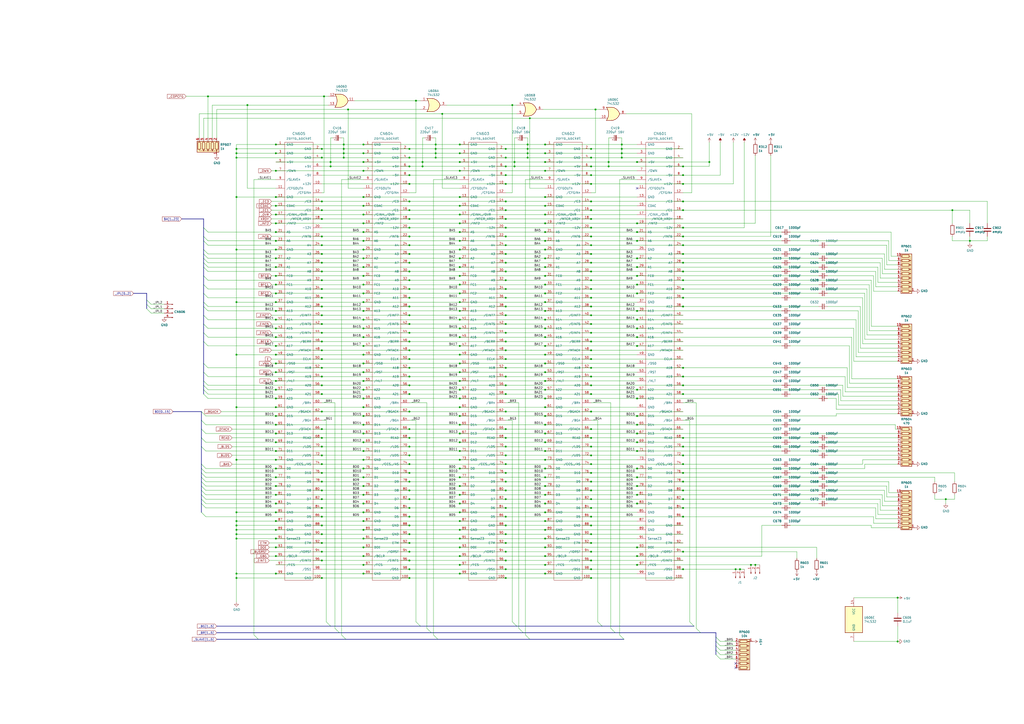
<source format=kicad_sch>
(kicad_sch (version 20230121) (generator eeschema)
  (paper "A2")
  (title_block (date "07/06/1987") (rev "6.2-a") (company "Commodore") (comment 1 "Drawn by: Dave Haynie") (comment 2 "Used on: A2000-CR") (comment 3 "Next Assy: 312725") (comment 4 "Assy: 312721"))
  (junction (at 160.02 231.14))
  (junction (at 137.16 302.26))
  (junction (at 369.57 241.3))
  (junction (at 210.82 185.42))
  (junction (at 396.24 274.32))
  (junction (at 396.24 228.6))
  (junction (at 186.69 228.6))
  (junction (at 237.49 254))
  (junction (at 342.9 274.32))
  (junction (at 210.82 154.94))
  (junction (at 160.02 322.58))
  (junction (at 186.69 142.24))
  (junction (at 210.82 144.78))
  (junction (at 369.57 317.5))
  (junction (at 293.37 208.28))
  (junction (at 210.82 271.78))
  (junction (at 293.37 116.84))
  (junction (at 369.57 165.1))
  (junction (at 342.9 167.64))
  (junction (at 369.57 185.42))
  (junction (at 266.7 170.18))
  (junction (at 210.82 124.46))
  (junction (at 186.69 213.36))
  (junction (at 266.7 114.3))
  (junction (at 293.37 279.4))
  (junction (at 210.82 180.34))
  (junction (at 210.82 114.3))
  (junction (at 266.7 190.5))
  (junction (at 186.69 198.12))
  (junction (at 237.49 147.32))
  (junction (at 237.49 259.08))
  (junction (at 186.69 187.96))
  (junction (at 143.51 60.96))
  (junction (at 342.9 127))
  (junction (at 256.54 66.04))
  (junction (at 316.23 129.54))
  (junction (at 293.37 314.96))
  (junction (at 160.02 88.9))
  (junction (at 316.23 124.46))
  (junction (at 186.69 254))
  (junction (at 210.82 287.02))
  (junction (at 562.61 139.7))
  (junction (at 396.24 299.72))
  (junction (at 293.37 86.36))
  (junction (at 186.69 157.48))
  (junction (at 186.69 86.36))
  (junction (at 293.37 238.76))
  (junction (at 266.7 185.42))
  (junction (at 266.7 231.14))
  (junction (at 237.49 172.72))
  (junction (at 293.37 320.04))
  (junction (at 237.49 248.92))
  (junction (at 316.23 297.18))
  (junction (at 186.69 172.72))
  (junction (at 237.49 182.88))
  (junction (at 252.73 83.82))
  (junction (at 186.69 208.28))
  (junction (at 369.57 281.94))
  (junction (at 186.69 294.64))
  (junction (at 369.57 261.62))
  (junction (at 316.23 119.38))
  (junction (at 237.49 208.28))
  (junction (at 266.7 317.5))
  (junction (at 266.7 292.1))
  (junction (at 316.23 246.38))
  (junction (at 342.9 91.44))
  (junction (at 316.23 302.26))
  (junction (at 369.57 276.86))
  (junction (at 266.7 271.78))
  (junction (at 342.9 228.6))
  (junction (at 293.37 335.28))
  (junction (at 160.02 99.06))
  (junction (at 266.7 302.26))
  (junction (at 369.57 246.38))
  (junction (at 160.02 195.58))
  (junction (at 237.49 335.28))
  (junction (at 160.02 332.74))
  (junction (at 187.96 55.88))
  (junction (at 293.37 259.08))
  (junction (at 316.23 154.94))
  (junction (at 266.7 124.46))
  (junction (at 411.48 93.98))
  (junction (at 293.37 274.32))
  (junction (at 342.9 187.96))
  (junction (at 210.82 327.66))
  (junction (at 186.69 304.8))
  (junction (at 342.9 152.4))
  (junction (at 520.7 346.71))
  (junction (at 237.49 101.6))
  (junction (at 266.7 200.66))
  (junction (at 293.37 223.52))
  (junction (at 316.23 144.78))
  (junction (at 552.45 121.92))
  (junction (at 186.69 182.88))
  (junction (at 160.02 180.34))
  (junction (at 160.02 175.26))
  (junction (at 266.7 256.54))
  (junction (at 266.7 139.7))
  (junction (at 160.02 246.38))
  (junction (at 316.23 83.82))
  (junction (at 316.23 215.9))
  (junction (at 316.23 231.14))
  (junction (at 160.02 149.86))
  (junction (at 293.37 127))
  (junction (at 266.7 246.38))
  (junction (at 210.82 332.74))
  (junction (at 199.39 83.82))
  (junction (at 360.68 91.44))
  (junction (at 369.57 180.34))
  (junction (at 369.57 139.7))
  (junction (at 266.7 332.74))
  (junction (at 342.9 284.48))
  (junction (at 293.37 162.56))
  (junction (at 293.37 142.24))
  (junction (at 429.26 330.2))
  (junction (at 369.57 226.06))
  (junction (at 160.02 165.1))
  (junction (at 266.7 215.9))
  (junction (at 237.49 279.4))
  (junction (at 237.49 309.88))
  (junction (at 137.16 88.9))
  (junction (at 293.37 309.88))
  (junction (at 160.02 261.62))
  (junction (at 293.37 218.44))
  (junction (at 342.9 106.68))
  (junction (at 160.02 241.3))
  (junction (at 210.82 83.82))
  (junction (at 186.69 335.28))
  (junction (at 237.49 106.68))
  (junction (at 396.24 101.6))
  (junction (at 342.9 147.32))
  (junction (at 342.9 182.88))
  (junction (at 160.02 312.42))
  (junction (at 293.37 172.72))
  (junction (at 186.69 152.4))
  (junction (at 435.61 327.66))
  (junction (at 160.02 251.46))
  (junction (at 137.16 114.3))
  (junction (at 237.49 116.84))
  (junction (at 266.7 251.46))
  (junction (at 342.9 208.28))
  (junction (at 316.23 185.42))
  (junction (at 293.37 269.24))
  (junction (at 237.49 264.16))
  (junction (at 186.69 193.04))
  (junction (at 186.69 203.2))
  (junction (at 137.16 335.28))
  (junction (at 210.82 266.7))
  (junction (at 369.57 231.14))
  (junction (at 237.49 304.8))
  (junction (at 210.82 190.5))
  (junction (at 360.68 86.36))
  (junction (at 237.49 86.36))
  (junction (at 298.45 93.98))
  (junction (at 210.82 292.1))
  (junction (at 160.02 256.54))
  (junction (at 237.49 223.52))
  (junction (at 360.68 83.82))
  (junction (at 293.37 213.36))
  (junction (at 160.02 317.5))
  (junction (at 160.02 220.98))
  (junction (at 396.24 269.24))
  (junction (at 186.69 127))
  (junction (at 186.69 269.24))
  (junction (at 237.49 213.36))
  (junction (at 369.57 170.18))
  (junction (at 369.57 129.54))
  (junction (at 137.16 304.8))
  (junction (at 298.45 96.52))
  (junction (at 548.64 289.56))
  (junction (at 266.7 312.42))
  (junction (at 210.82 307.34))
  (junction (at 316.23 327.66))
  (junction (at 237.49 137.16))
  (junction (at 252.73 88.9))
  (junction (at 210.82 231.14))
  (junction (at 316.23 287.02))
  (junction (at 160.02 292.1))
  (junction (at 316.23 195.58))
  (junction (at 160.02 124.46))
  (junction (at 210.82 160.02))
  (junction (at 342.9 157.48))
  (junction (at 237.49 91.44))
  (junction (at 293.37 182.88))
  (junction (at 237.49 157.48))
  (junction (at 237.49 269.24))
  (junction (at 396.24 264.16))
  (junction (at 210.82 99.06))
  (junction (at 266.7 175.26))
  (junction (at 266.7 281.94))
  (junction (at 353.06 96.52))
  (junction (at 342.9 309.88))
  (junction (at 342.9 304.8))
  (junction (at 186.69 314.96))
  (junction (at 316.23 170.18))
  (junction (at 237.49 142.24))
  (junction (at 137.16 309.88))
  (junction (at 342.9 299.72))
  (junction (at 266.7 287.02))
  (junction (at 160.02 154.94))
  (junction (at 160.02 215.9))
  (junction (at 369.57 256.54))
  (junction (at 293.37 294.64))
  (junction (at 396.24 106.68))
  (junction (at 186.69 121.92))
  (junction (at 293.37 248.92))
  (junction (at 293.37 137.16))
  (junction (at 186.69 137.16))
  (junction (at 137.16 144.78))
  (junction (at 396.24 254))
  (junction (at 342.9 269.24))
  (junction (at 160.02 119.38))
  (junction (at 369.57 200.66))
  (junction (at 201.93 63.5))
  (junction (at 186.69 218.44))
  (junction (at 199.39 86.36))
  (junction (at 237.49 238.76))
  (junction (at 237.49 127))
  (junction (at 342.9 121.92))
  (junction (at 369.57 322.58))
  (junction (at 396.24 167.64))
  (junction (at 396.24 142.24))
  (junction (at 369.57 251.46))
  (junction (at 266.7 134.62))
  (junction (at 360.68 88.9))
  (junction (at 293.37 228.6))
  (junction (at 396.24 137.16))
  (junction (at 316.23 266.7))
  (junction (at 316.23 312.42))
  (junction (at 237.49 132.08))
  (junction (at 266.7 210.82))
  (junction (at 160.02 129.54))
  (junction (at 186.69 264.16))
  (junction (at 342.9 172.72))
  (junction (at 137.16 266.7))
  (junction (at 293.37 289.56))
  (junction (at 137.16 86.36))
  (junction (at 342.9 218.44))
  (junction (at 293.37 177.8))
  (junction (at 306.07 88.9))
  (junction (at 186.69 299.72))
  (junction (at 342.9 137.16))
  (junction (at 396.24 132.08))
  (junction (at 266.7 236.22))
  (junction (at 210.82 170.18))
  (junction (at 237.49 289.56))
  (junction (at 316.23 88.9))
  (junction (at 342.9 238.76))
  (junction (at 342.9 314.96))
  (junction (at 186.69 223.52))
  (junction (at 137.16 175.26))
  (junction (at 237.49 193.04))
  (junction (at 237.49 203.2))
  (junction (at 316.23 160.02))
  (junction (at 266.7 88.9))
  (junction (at 137.16 91.44))
  (junction (at 186.69 259.08))
  (junction (at 316.23 332.74))
  (junction (at 186.69 162.56))
  (junction (at 342.9 320.04))
  (junction (at 210.82 256.54))
  (junction (at 438.15 327.66))
  (junction (at 396.24 162.56))
  (junction (at 266.7 144.78))
  (junction (at 266.7 327.66))
  (junction (at 316.23 220.98))
  (junction (at 160.02 287.02))
  (junction (at 186.69 284.48))
  (junction (at 210.82 200.66))
  (junction (at 252.73 91.44))
  (junction (at 342.9 254))
  (junction (at 316.23 292.1))
  (junction (at 266.7 160.02))
  (junction (at 293.37 254))
  (junction (at 120.65 55.88))
  (junction (at 237.49 274.32))
  (junction (at 396.24 96.52))
  (junction (at 293.37 203.2))
  (junction (at 396.24 147.32))
  (junction (at 160.02 276.86))
  (junction (at 293.37 106.68))
  (junction (at 186.69 325.12))
  (junction (at 306.07 83.82))
  (junction (at 237.49 314.96))
  (junction (at 369.57 93.98))
  (junction (at 396.24 279.4))
  (junction (at 191.77 93.98))
  (junction (at 306.07 91.44))
  (junction (at 210.82 129.54))
  (junction (at 396.24 294.64))
  (junction (at 396.24 157.48))
  (junction (at 342.9 116.84))
  (junction (at 160.02 170.18))
  (junction (at 342.9 96.52))
  (junction (at 266.7 165.1))
  (junction (at 293.37 152.4))
  (junction (at 369.57 149.86))
  (junction (at 266.7 129.54))
  (junction (at 160.02 302.26))
  (junction (at 342.9 330.2))
  (junction (at 210.82 88.9))
  (junction (at 137.16 312.42))
  (junction (at 396.24 284.48))
  (junction (at 307.34 68.58))
  (junction (at 266.7 226.06))
  (junction (at 316.23 261.62))
  (junction (at 316.23 149.86))
  (junction (at 210.82 195.58))
  (junction (at 237.49 187.96))
  (junction (at 237.49 325.12))
  (junction (at 316.23 114.3))
  (junction (at 369.57 195.58))
  (junction (at 316.23 317.5))
  (junction (at 199.39 88.9))
  (junction (at 237.49 330.2))
  (junction (at 210.82 251.46))
  (junction (at 353.06 93.98))
  (junction (at 316.23 180.34))
  (junction (at 369.57 287.02))
  (junction (at 316.23 322.58))
  (junction (at 210.82 261.62))
  (junction (at 369.57 327.66))
  (junction (at 191.77 96.52))
  (junction (at 210.82 139.7))
  (junction (at 210.82 220.98))
  (junction (at 266.7 83.82))
  (junction (at 237.49 96.52))
  (junction (at 160.02 266.7))
  (junction (at 293.37 187.96))
  (junction (at 342.9 132.08))
  (junction (at 316.23 200.66))
  (junction (at 342.9 325.12))
  (junction (at 293.37 132.08))
  (junction (at 210.82 149.86))
  (junction (at 396.24 121.92))
  (junction (at 266.7 93.98))
  (junction (at 396.24 223.52))
  (junction (at 293.37 167.64))
  (junction (at 266.7 119.38))
  (junction (at 237.49 198.12))
  (junction (at 293.37 325.12))
  (junction (at 342.9 142.24))
  (junction (at 237.49 294.64))
  (junction (at 316.23 241.3))
  (junction (at 160.02 139.7))
  (junction (at 186.69 177.8))
  (junction (at 210.82 322.58))
  (junction (at 210.82 215.9))
  (junction (at 369.57 154.94))
  (junction (at 160.02 205.74))
  (junction (at 342.9 193.04))
  (junction (at 266.7 220.98))
  (junction (at 137.16 332.74))
  (junction (at 210.82 236.22))
  (junction (at 316.23 236.22))
  (junction (at 342.9 213.36))
  (junction (at 293.37 157.48))
  (junction (at 186.69 238.76))
  (junction (at 160.02 200.66))
  (junction (at 160.02 307.34))
  (junction (at 316.23 226.06))
  (junction (at 342.9 198.12))
  (junction (at 293.37 91.44))
  (junction (at 316.23 190.5))
  (junction (at 316.23 134.62))
  (junction (at 342.9 294.64))
  (junction (at 293.37 330.2))
  (junction (at 293.37 299.72))
  (junction (at 369.57 271.78))
  (junction (at 237.49 162.56))
  (junction (at 210.82 312.42))
  (junction (at 293.37 198.12))
  (junction (at 396.24 320.04))
  (junction (at 342.9 335.28))
  (junction (at 210.82 246.38))
  (junction (at 266.7 322.58))
  (junction (at 186.69 167.64))
  (junction (at 210.82 134.62))
  (junction (at 237.49 121.92))
  (junction (at 369.57 134.62))
  (junction (at 345.44 63.5))
  (junction (at 160.02 134.62))
  (junction (at 137.16 307.34))
  (junction (at 316.23 99.06))
  (junction (at 252.73 86.36))
  (junction (at 160.02 185.42))
  (junction (at 396.24 259.08))
  (junction (at 293.37 193.04))
  (junction (at 396.24 218.44))
  (junction (at 396.24 152.4))
  (junction (at 316.23 210.82))
  (junction (at 186.69 147.32))
  (junction (at 160.02 210.82))
  (junction (at 210.82 93.98))
  (junction (at 342.9 203.2))
  (junction (at 237.49 299.72))
  (junction (at 186.69 320.04))
  (junction (at 396.24 116.84))
  (junction (at 186.69 289.56))
  (junction (at 186.69 116.84))
  (junction (at 266.7 261.62))
  (junction (at 342.9 101.6))
  (junction (at 266.7 180.34))
  (junction (at 237.49 228.6))
  (junction (at 137.16 236.22))
  (junction (at 293.37 101.6))
  (junction (at 266.7 276.86))
  (junction (at 245.11 93.98))
  (junction (at 369.57 190.5))
  (junction (at 297.18 60.96))
  (junction (at 160.02 297.18))
  (junction (at 186.69 91.44))
  (junction (at 266.7 266.7))
  (junction (at 241.3 58.42))
  (junction (at 316.23 276.86))
  (junction (at 186.69 274.32))
  (junction (at 237.49 167.64))
  (junction (at 237.49 284.48))
  (junction (at 293.37 264.16))
  (junction (at 210.82 276.86))
  (junction (at 210.82 297.18))
  (junction (at 316.23 256.54))
  (junction (at 160.02 160.02))
  (junction (at 316.23 165.1))
  (junction (at 342.9 162.56))
  (junction (at 160.02 271.78))
  (junction (at 160.02 190.5))
  (junction (at 426.72 330.2))
  (junction (at 316.23 139.7))
  (junction (at 316.23 205.74))
  (junction (at 237.49 152.4))
  (junction (at 342.9 177.8))
  (junction (at 369.57 292.1))
  (junction (at 369.57 160.02))
  (junction (at 396.24 177.8))
  (junction (at 186.69 279.4))
  (junction (at 342.9 264.16))
  (junction (at 293.37 147.32))
  (junction (at 266.7 99.06))
  (junction (at 210.82 302.26))
  (junction (at 237.49 177.8))
  (junction (at 342.9 279.4))
  (junction (at 237.49 320.04))
  (junction (at 210.82 175.26))
  (junction (at 396.24 172.72))
  (junction (at 316.23 251.46))
  (junction (at 160.02 281.94))
  (junction (at 210.82 226.06))
  (junction (at 245.11 96.52))
  (junction (at 266.7 297.18))
  (junction (at 210.82 165.1))
  (junction (at 293.37 121.92))
  (junction (at 186.69 248.92))
  (junction (at 137.16 205.74))
  (junction (at 266.7 149.86))
  (junction (at 293.37 304.8))
  (junction (at 160.02 226.06))
  (junction (at 266.7 205.74))
  (junction (at 342.9 248.92))
  (junction (at 293.37 284.48))
  (junction (at 210.82 281.94))
  (junction (at 266.7 307.34))
  (junction (at 137.16 297.18))
  (junction (at 342.9 86.36))
  (junction (at 316.23 281.94))
  (junction (at 342.9 289.56))
  (junction (at 210.82 317.5))
  (junction (at 316.23 175.26))
  (junction (at 396.24 213.36))
  (junction (at 342.9 259.08))
  (junction (at 237.49 218.44))
  (junction (at 520.7 372.11))
  (junction (at 199.39 91.44))
  (junction (at 160.02 236.22))
  (junction (at 210.82 241.3))
  (junction (at 160.02 83.82))
  (junction (at 186.69 309.88))
  (junction (at 342.9 223.52))
  (junction (at 316.23 271.78))
  (junction (at 306.07 86.36))
  (junction (at 210.82 205.74))
  (junction (at 316.23 307.34))
  (junction (at 266.7 154.94))
  (junction (at 293.37 96.52))
  (junction (at 316.23 93.98))
  (junction (at 396.24 289.56))
  (junction (at 160.02 114.3))
  (junction (at 266.7 241.3))
  (junction (at 210.82 119.38))
  (junction (at 266.7 195.58))
  (junction (at 160.02 144.78))
  (junction (at 210.82 210.82))
  (junction (at 396.24 330.2))
  (no_connect (at 426.72 387.35))
  (no_connect (at 369.57 109.22))
  (no_connect (at 426.72 384.81))
  (bus_entry (at 118.11 144.78) (size 2.54 2.54))
  (bus_entry (at 116.84 287.02) (size 2.54 2.54))
  (bus_entry (at 300.99 364.49) (size 2.54 2.54))
  (bus_entry (at 116.84 248.92) (size 2.54 2.54))
  (bus_entry (at 415.29 372.11) (size 2.54 2.54))
  (bus_entry (at 118.11 137.16) (size 2.54 2.54))
  (bus_entry (at 415.29 369.57) (size 2.54 2.54))
  (bus_entry (at 116.84 289.56) (size 2.54 2.54))
  (bus_entry (at 400.05 360.68) (size 2.54 2.54))
  (bus_entry (at 116.84 297.18) (size 2.54 2.54))
  (bus_entry (at 304.8 368.3) (size 2.54 2.54))
  (bus_entry (at 116.84 254) (size 2.54 2.54))
  (bus_entry (at 116.84 284.48) (size 2.54 2.54))
  (bus_entry (at 85.09 176.53) (size 2.54 2.54))
  (bus_entry (at 118.11 210.82) (size 2.54 2.54))
  (bus_entry (at 118.11 215.9) (size 2.54 2.54))
  (bus_entry (at 116.84 238.76) (size 2.54 2.54))
  (bus_entry (at 415.29 379.73) (size 2.54 2.54))
  (bus_entry (at 297.18 360.68) (size 2.54 2.54))
  (bus_entry (at 118.11 187.96) (size 2.54 2.54))
  (bus_entry (at 241.3 360.68) (size 2.54 2.54))
  (bus_entry (at 118.11 132.08) (size 2.54 2.54))
  (bus_entry (at 85.09 173.99) (size 2.54 2.54))
  (bus_entry (at 359.41 368.3) (size 2.54 2.54))
  (bus_entry (at 118.11 220.98) (size 2.54 2.54))
  (bus_entry (at 415.29 377.19) (size 2.54 2.54))
  (bus_entry (at 198.12 368.3) (size 2.54 2.54))
  (bus_entry (at 118.11 139.7) (size 2.54 2.54))
  (bus_entry (at 118.11 170.18) (size 2.54 2.54))
  (bus_entry (at 118.11 152.4) (size 2.54 2.54))
  (bus_entry (at 116.84 243.84) (size 2.54 2.54))
  (bus_entry (at 116.84 259.08) (size 2.54 2.54))
  (bus_entry (at 85.09 179.07) (size 2.54 2.54))
  (bus_entry (at 118.11 160.02) (size 2.54 2.54))
  (bus_entry (at 118.11 175.26) (size 2.54 2.54))
  (bus_entry (at 118.11 223.52) (size 2.54 2.54))
  (bus_entry (at 116.84 274.32) (size 2.54 2.54))
  (bus_entry (at 118.11 193.04) (size 2.54 2.54))
  (bus_entry (at 116.84 269.24) (size 2.54 2.54))
  (bus_entry (at 147.32 368.3) (size 2.54 2.54))
  (bus_entry (at 118.11 226.06) (size 2.54 2.54))
  (bus_entry (at 118.11 228.6) (size 2.54 2.54))
  (bus_entry (at 194.31 364.49) (size 2.54 2.54))
  (bus_entry (at 118.11 182.88) (size 2.54 2.54))
  (bus_entry (at 116.84 276.86) (size 2.54 2.54))
  (bus_entry (at 116.84 281.94) (size 2.54 2.54))
  (bus_entry (at 354.33 364.49) (size 2.54 2.54))
  (bus_entry (at 118.11 149.86) (size 2.54 2.54))
  (bus_entry (at 118.11 165.1) (size 2.54 2.54))
  (bus_entry (at 118.11 198.12) (size 2.54 2.54))
  (bus_entry (at 346.71 360.68) (size 2.54 2.54))
  (bus_entry (at 251.46 368.3) (size 2.54 2.54))
  (bus_entry (at 415.29 374.65) (size 2.54 2.54))
  (bus_entry (at 118.11 147.32) (size 2.54 2.54))
  (bus_entry (at 116.84 279.4) (size 2.54 2.54))
  (bus_entry (at 403.86 364.49) (size 2.54 2.54))
  (bus_entry (at 247.65 364.49) (size 2.54 2.54))
  (bus_entry (at 116.84 292.1) (size 2.54 2.54))
  (bus_entry (at 116.84 271.78) (size 2.54 2.54))
  (bus_entry (at 118.11 177.8) (size 2.54 2.54))
  (bus_entry (at 118.11 154.94) (size 2.54 2.54))
  (bus_entry (at 189.23 360.68) (size 2.54 2.54))
  (wire (pts (xy 293.37 162.56) (xy 342.9 162.56)))
  (wire (pts (xy 210.82 317.5) (xy 266.7 317.5)))
  (wire (pts (xy 186.69 228.6) (xy 237.49 228.6)))
  (wire (pts (xy 509.27 154.94) (xy 509.27 163.83)))
  (bus (pts (xy 116.84 292.1) (xy 116.84 297.18)))
  (wire (pts (xy 298.45 80.01) (xy 298.45 93.98)))
  (wire (pts (xy 210.82 205.74) (xy 160.02 205.74)))
  (wire (pts (xy 396.24 284.48) (xy 342.9 284.48)))
  (wire (pts (xy 316.23 307.34) (xy 266.7 307.34)))
  (wire (pts (xy 369.57 231.14) (xy 316.23 231.14)))
  (wire (pts (xy 128.27 238.76) (xy 186.69 238.76)))
  (bus (pts (xy 415.29 367.03) (xy 415.29 369.57)))
  (wire (pts (xy 480.06 254) (xy 520.7 254)))
  (wire (pts (xy 160.02 276.86) (xy 210.82 276.86)))
  (wire (pts (xy 160.02 149.86) (xy 210.82 149.86)))
  (wire (pts (xy 157.48 165.1) (xy 160.02 165.1)))
  (wire (pts (xy 453.39 134.62) (xy 369.57 134.62)))
  (wire (pts (xy 210.82 144.78) (xy 160.02 144.78)))
  (wire (pts (xy 247.65 364.49) (xy 247.65 233.68)))
  (wire (pts (xy 342.9 172.72) (xy 396.24 172.72)))
  (wire (pts (xy 480.06 226.06) (xy 487.68 226.06)))
  (wire (pts (xy 293.37 259.08) (xy 342.9 259.08)))
  (wire (pts (xy 237.49 91.44) (xy 199.39 91.44)))
  (wire (pts (xy 266.7 251.46) (xy 316.23 251.46)))
  (wire (pts (xy 417.83 101.6) (xy 417.83 82.55)))
  (wire (pts (xy 186.69 279.4) (xy 119.38 279.4)))
  (wire (pts (xy 266.7 231.14) (xy 210.82 231.14)))
  (wire (pts (xy 510.54 161.29) (xy 520.7 161.29)))
  (wire (pts (xy 137.16 83.82) (xy 160.02 83.82)))
  (wire (pts (xy 396.24 152.4) (xy 453.39 152.4)))
  (bus (pts (xy 118.11 187.96) (xy 118.11 193.04)))
  (wire (pts (xy 199.39 91.44) (xy 186.69 91.44)))
  (wire (pts (xy 500.38 269.24) (xy 500.38 266.7)))
  (wire (pts (xy 293.37 299.72) (xy 342.9 299.72)))
  (wire (pts (xy 369.57 144.78) (xy 316.23 144.78)))
  (wire (pts (xy 316.23 292.1) (xy 369.57 292.1)))
  (bus (pts (xy 118.11 144.78) (xy 118.11 147.32)))
  (bus (pts (xy 415.29 377.19) (xy 415.29 379.73)))
  (wire (pts (xy 495.3 209.55) (xy 520.7 209.55)))
  (wire (pts (xy 501.65 170.18) (xy 501.65 196.85)))
  (wire (pts (xy 342.9 137.16) (xy 396.24 137.16)))
  (wire (pts (xy 134.62 248.92) (xy 186.69 248.92)))
  (wire (pts (xy 316.23 297.18) (xy 266.7 297.18)))
  (bus (pts (xy 118.11 132.08) (xy 118.11 137.16)))
  (bus (pts (xy 118.11 149.86) (xy 118.11 152.4)))
  (bus (pts (xy 191.77 363.22) (xy 243.84 363.22)))
  (wire (pts (xy 298.45 96.52) (xy 342.9 96.52)))
  (wire (pts (xy 293.37 106.68) (xy 342.9 106.68)))
  (wire (pts (xy 266.7 241.3) (xy 316.23 241.3)))
  (wire (pts (xy 186.69 330.2) (xy 237.49 330.2)))
  (wire (pts (xy 501.65 196.85) (xy 520.7 196.85)))
  (wire (pts (xy 120.65 228.6) (xy 186.69 228.6)))
  (bus (pts (xy 85.09 170.18) (xy 77.47 170.18)))
  (wire (pts (xy 137.16 88.9) (xy 137.16 91.44)))
  (wire (pts (xy 119.38 261.62) (xy 160.02 261.62)))
  (bus (pts (xy 125.73 367.03) (xy 196.85 367.03)))
  (wire (pts (xy 160.02 292.1) (xy 210.82 292.1)))
  (wire (pts (xy 417.83 374.65) (xy 426.72 374.65)))
  (wire (pts (xy 293.37 101.6) (xy 342.9 101.6)))
  (wire (pts (xy 396.24 304.8) (xy 342.9 304.8)))
  (wire (pts (xy 160.02 287.02) (xy 210.82 287.02)))
  (wire (pts (xy 316.23 99.06) (xy 266.7 99.06)))
  (wire (pts (xy 480.06 149.86) (xy 511.81 149.86)))
  (wire (pts (xy 360.68 88.9) (xy 316.23 88.9)))
  (wire (pts (xy 237.49 264.16) (xy 293.37 264.16)))
  (wire (pts (xy 369.57 251.46) (xy 453.39 251.46)))
  (wire (pts (xy 245.11 96.52) (xy 245.11 93.98)))
  (wire (pts (xy 293.37 309.88) (xy 237.49 309.88)))
  (wire (pts (xy 548.64 289.56) (xy 542.29 289.56)))
  (wire (pts (xy 485.14 240.03) (xy 520.7 240.03)))
  (wire (pts (xy 266.7 99.06) (xy 210.82 99.06)))
  (wire (pts (xy 316.23 276.86) (xy 369.57 276.86)))
  (wire (pts (xy 186.69 309.88) (xy 137.16 309.88)))
  (wire (pts (xy 160.02 302.26) (xy 137.16 302.26)))
  (wire (pts (xy 293.37 228.6) (xy 342.9 228.6)))
  (wire (pts (xy 266.7 165.1) (xy 316.23 165.1)))
  (wire (pts (xy 186.69 274.32) (xy 119.38 274.32)))
  (bus (pts (xy 243.84 363.22) (xy 299.72 363.22)))
  (wire (pts (xy 316.23 139.7) (xy 369.57 139.7)))
  (wire (pts (xy 293.37 269.24) (xy 342.9 269.24)))
  (bus (pts (xy 118.11 223.52) (xy 118.11 226.06)))
  (wire (pts (xy 396.24 269.24) (xy 453.39 269.24)))
  (wire (pts (xy 120.65 185.42) (xy 160.02 185.42)))
  (wire (pts (xy 353.06 80.01) (xy 353.06 93.98)))
  (wire (pts (xy 266.7 190.5) (xy 316.23 190.5)))
  (wire (pts (xy 441.96 322.58) (xy 441.96 304.8)))
  (wire (pts (xy 210.82 332.74) (xy 160.02 332.74)))
  (wire (pts (xy 502.92 167.64) (xy 502.92 194.31)))
  (wire (pts (xy 210.82 226.06) (xy 160.02 226.06)))
  (wire (pts (xy 342.9 254) (xy 396.24 254)))
  (wire (pts (xy 186.69 299.72) (xy 237.49 299.72)))
  (wire (pts (xy 237.49 243.84) (xy 241.3 243.84)))
  (wire (pts (xy 293.37 187.96) (xy 342.9 187.96)))
  (wire (pts (xy 316.23 317.5) (xy 369.57 317.5)))
  (wire (pts (xy 458.47 269.24) (xy 500.38 269.24)))
  (wire (pts (xy 342.9 330.2) (xy 396.24 330.2)))
  (wire (pts (xy 506.73 168.91) (xy 520.7 168.91)))
  (wire (pts (xy 137.16 307.34) (xy 137.16 309.88)))
  (wire (pts (xy 210.82 312.42) (xy 160.02 312.42)))
  (wire (pts (xy 266.7 205.74) (xy 210.82 205.74)))
  (wire (pts (xy 316.23 236.22) (xy 266.7 236.22)))
  (wire (pts (xy 516.89 134.62) (xy 516.89 148.59)))
  (wire (pts (xy 147.32 104.14) (xy 147.32 368.3)))
  (wire (pts (xy 369.57 180.34) (xy 453.39 180.34)))
  (bus (pts (xy 116.84 276.86) (xy 116.84 279.4)))
  (wire (pts (xy 186.69 152.4) (xy 237.49 152.4)))
  (wire (pts (xy 210.82 83.82) (xy 252.73 83.82)))
  (wire (pts (xy 480.06 142.24) (xy 514.35 142.24)))
  (wire (pts (xy 266.7 210.82) (xy 316.23 210.82)))
  (wire (pts (xy 237.49 106.68) (xy 293.37 106.68)))
  (wire (pts (xy 342.9 127) (xy 396.24 127)))
  (wire (pts (xy 369.57 170.18) (xy 474.98 170.18)))
  (wire (pts (xy 396.24 289.56) (xy 342.9 289.56)))
  (wire (pts (xy 210.82 307.34) (xy 160.02 307.34)))
  (wire (pts (xy 237.49 269.24) (xy 293.37 269.24)))
  (wire (pts (xy 447.04 137.16) (xy 447.04 90.17)))
  (wire (pts (xy 251.46 104.14) (xy 251.46 368.3)))
  (wire (pts (xy 316.23 134.62) (xy 266.7 134.62)))
  (wire (pts (xy 293.37 304.8) (xy 237.49 304.8)))
  (wire (pts (xy 266.7 322.58) (xy 316.23 322.58)))
  (wire (pts (xy 505.46 304.8) (xy 505.46 306.07)))
  (bus (pts (xy 118.11 160.02) (xy 118.11 165.1)))
  (bus (pts (xy 116.84 289.56) (xy 116.84 292.1)))
  (wire (pts (xy 299.72 66.04) (xy 256.54 66.04)))
  (wire (pts (xy 396.24 106.68) (xy 425.45 106.68)))
  (wire (pts (xy 360.68 86.36) (xy 396.24 86.36)))
  (wire (pts (xy 186.69 223.52) (xy 237.49 223.52)))
  (wire (pts (xy 293.37 335.28) (xy 237.49 335.28)))
  (wire (pts (xy 396.24 243.84) (xy 400.05 243.84)))
  (wire (pts (xy 107.95 55.88) (xy 120.65 55.88)))
  (wire (pts (xy 186.69 193.04) (xy 237.49 193.04)))
  (wire (pts (xy 360.68 91.44) (xy 342.9 91.44)))
  (wire (pts (xy 369.57 236.22) (xy 316.23 236.22)))
  (wire (pts (xy 293.37 208.28) (xy 342.9 208.28)))
  (wire (pts (xy 353.06 96.52) (xy 396.24 96.52)))
  (wire (pts (xy 342.9 284.48) (xy 293.37 284.48)))
  (wire (pts (xy 237.49 228.6) (xy 293.37 228.6)))
  (wire (pts (xy 360.68 80.01) (xy 360.68 83.82)))
  (wire (pts (xy 237.49 182.88) (xy 293.37 182.88)))
  (wire (pts (xy 396.24 147.32) (xy 453.39 147.32)))
  (wire (pts (xy 316.23 180.34) (xy 369.57 180.34)))
  (wire (pts (xy 186.69 127) (xy 237.49 127)))
  (wire (pts (xy 492.76 200.66) (xy 492.76 222.25)))
  (wire (pts (xy 252.73 83.82) (xy 266.7 83.82)))
  (wire (pts (xy 186.69 187.96) (xy 237.49 187.96)))
  (wire (pts (xy 245.11 96.52) (xy 293.37 96.52)))
  (wire (pts (xy 396.24 330.2) (xy 426.72 330.2)))
  (wire (pts (xy 87.63 176.53) (xy 95.25 176.53)))
  (wire (pts (xy 193.04 80.01) (xy 191.77 80.01)))
  (wire (pts (xy 513.08 284.48) (xy 513.08 290.83)))
  (wire (pts (xy 120.65 147.32) (xy 186.69 147.32)))
  (wire (pts (xy 369.57 99.06) (xy 316.23 99.06)))
  (wire (pts (xy 342.9 299.72) (xy 396.24 299.72)))
  (wire (pts (xy 186.69 314.96) (xy 237.49 314.96)))
  (wire (pts (xy 186.69 172.72) (xy 237.49 172.72)))
  (wire (pts (xy 266.7 327.66) (xy 316.23 327.66)))
  (wire (pts (xy 316.23 327.66) (xy 369.57 327.66)))
  (wire (pts (xy 369.57 317.5) (xy 473.71 317.5)))
  (wire (pts (xy 266.7 226.06) (xy 210.82 226.06)))
  (wire (pts (xy 515.62 151.13) (xy 520.7 151.13)))
  (wire (pts (xy 191.77 93.98) (xy 210.82 93.98)))
  (wire (pts (xy 458.47 200.66) (xy 492.76 200.66)))
  (wire (pts (xy 157.48 187.96) (xy 186.69 187.96)))
  (wire (pts (xy 316.23 312.42) (xy 266.7 312.42)))
  (wire (pts (xy 210.82 134.62) (xy 160.02 134.62)))
  (wire (pts (xy 237.49 167.64) (xy 293.37 167.64)))
  (wire (pts (xy 293.37 254) (xy 342.9 254)))
  (wire (pts (xy 435.61 327.66) (xy 438.15 327.66)))
  (wire (pts (xy 369.57 307.34) (xy 316.23 307.34)))
  (wire (pts (xy 237.49 314.96) (xy 293.37 314.96)))
  (wire (pts (xy 369.57 195.58) (xy 453.39 195.58)))
  (wire (pts (xy 157.48 193.04) (xy 186.69 193.04)))
  (wire (pts (xy 480.06 287.02) (xy 511.81 287.02)))
  (wire (pts (xy 316.23 205.74) (xy 266.7 205.74)))
  (wire (pts (xy 120.65 177.8) (xy 186.69 177.8)))
  (wire (pts (xy 514.35 288.29) (xy 520.7 288.29)))
  (wire (pts (xy 495.3 346.71) (xy 520.7 346.71)))
  (wire (pts (xy 293.37 86.36) (xy 306.07 86.36)))
  (wire (pts (xy 266.7 292.1) (xy 316.23 292.1)))
  (wire (pts (xy 520.7 259.08) (xy 480.06 259.08)))
  (wire (pts (xy 369.57 160.02) (xy 474.98 160.02)))
  (wire (pts (xy 316.23 88.9) (xy 306.07 88.9)))
  (wire (pts (xy 199.39 83.82) (xy 199.39 86.36)))
  (bus (pts (xy 118.11 182.88) (xy 118.11 187.96)))
  (wire (pts (xy 509.27 298.45) (xy 520.7 298.45)))
  (wire (pts (xy 134.62 254) (xy 186.69 254)))
  (bus (pts (xy 116.84 259.08) (xy 116.84 269.24)))
  (wire (pts (xy 160.02 160.02) (xy 210.82 160.02)))
  (wire (pts (xy 488.95 223.52) (xy 488.95 229.87)))
  (wire (pts (xy 316.23 332.74) (xy 266.7 332.74)))
  (wire (pts (xy 293.37 172.72) (xy 342.9 172.72)))
  (wire (pts (xy 237.49 325.12) (xy 293.37 325.12)))
  (wire (pts (xy 316.23 185.42) (xy 369.57 185.42)))
  (wire (pts (xy 369.57 266.7) (xy 316.23 266.7)))
  (wire (pts (xy 316.23 256.54) (xy 369.57 256.54)))
  (wire (pts (xy 237.49 284.48) (xy 186.69 284.48)))
  (wire (pts (xy 316.23 271.78) (xy 369.57 271.78)))
  (wire (pts (xy 396.24 96.52) (xy 411.48 96.52)))
  (bus (pts (xy 254 370.84) (xy 307.34 370.84)))
  (wire (pts (xy 210.82 297.18) (xy 160.02 297.18)))
  (wire (pts (xy 186.69 142.24) (xy 237.49 142.24)))
  (bus (pts (xy 118.11 198.12) (xy 118.11 210.82)))
  (wire (pts (xy 210.82 190.5) (xy 266.7 190.5)))
  (wire (pts (xy 515.62 279.4) (xy 515.62 285.75)))
  (wire (pts (xy 417.83 377.19) (xy 426.72 377.19)))
  (bus (pts (xy 118.11 226.06) (xy 118.11 228.6)))
  (bus (pts (xy 118.11 193.04) (xy 118.11 198.12)))
  (wire (pts (xy 346.71 243.84) (xy 346.71 360.68)))
  (wire (pts (xy 266.7 93.98) (xy 298.45 93.98)))
  (wire (pts (xy 210.82 256.54) (xy 266.7 256.54)))
  (wire (pts (xy 426.72 330.2) (xy 429.26 330.2)))
  (wire (pts (xy 396.24 132.08) (xy 342.9 132.08)))
  (wire (pts (xy 513.08 290.83) (xy 520.7 290.83)))
  (wire (pts (xy 316.23 195.58) (xy 369.57 195.58)))
  (wire (pts (xy 125.73 63.5) (xy 125.73 80.01)))
  (wire (pts (xy 396.24 254) (xy 474.98 254)))
  (wire (pts (xy 120.65 55.88) (xy 187.96 55.88)))
  (wire (pts (xy 160.02 251.46) (xy 210.82 251.46)))
  (wire (pts (xy 293.37 137.16) (xy 342.9 137.16)))
  (wire (pts (xy 316.23 200.66) (xy 369.57 200.66)))
  (wire (pts (xy 401.32 111.76) (xy 396.24 111.76)))
  (wire (pts (xy 293.37 152.4) (xy 342.9 152.4)))
  (wire (pts (xy 360.68 88.9) (xy 360.68 91.44)))
  (wire (pts (xy 199.39 80.01) (xy 199.39 83.82)))
  (wire (pts (xy 396.24 284.48) (xy 453.39 284.48)))
  (bus (pts (xy 118.11 177.8) (xy 118.11 182.88)))
  (wire (pts (xy 194.31 233.68) (xy 194.31 364.49)))
  (wire (pts (xy 252.73 80.01) (xy 252.73 83.82)))
  (wire (pts (xy 306.07 83.82) (xy 306.07 86.36)))
  (wire (pts (xy 157.48 215.9) (xy 160.02 215.9)))
  (wire (pts (xy 210.82 154.94) (xy 160.02 154.94)))
  (wire (pts (xy 293.37 330.2) (xy 342.9 330.2)))
  (wire (pts (xy 316.23 287.02) (xy 369.57 287.02)))
  (wire (pts (xy 210.82 241.3) (xy 266.7 241.3)))
  (wire (pts (xy 210.82 175.26) (xy 160.02 175.26)))
  (wire (pts (xy 160.02 200.66) (xy 210.82 200.66)))
  (wire (pts (xy 293.37 198.12) (xy 342.9 198.12)))
  (wire (pts (xy 369.57 261.62) (xy 453.39 261.62)))
  (wire (pts (xy 119.38 287.02) (xy 160.02 287.02)))
  (wire (pts (xy 369.57 129.54) (xy 438.15 129.54)))
  (wire (pts (xy 411.48 93.98) (xy 411.48 82.55)))
  (wire (pts (xy 210.82 129.54) (xy 266.7 129.54)))
  (wire (pts (xy 480.06 281.94) (xy 514.35 281.94)))
  (wire (pts (xy 160.02 256.54) (xy 210.82 256.54)))
  (wire (pts (xy 342.9 162.56) (xy 396.24 162.56)))
  (wire (pts (xy 458.47 190.5) (xy 495.3 190.5)))
  (wire (pts (xy 241.3 58.42) (xy 243.84 58.42)))
  (wire (pts (xy 363.22 66.04) (xy 401.32 66.04)))
  (wire (pts (xy 480.06 165.1) (xy 504.19 165.1)))
  (wire (pts (xy 186.69 233.68) (xy 194.31 233.68)))
  (wire (pts (xy 458.47 180.34) (xy 497.84 180.34)))
  (wire (pts (xy 201.93 63.5) (xy 125.73 63.5)))
  (wire (pts (xy 160.02 144.78) (xy 137.16 144.78)))
  (wire (pts (xy 266.7 236.22) (xy 210.82 236.22)))
  (wire (pts (xy 210.82 165.1) (xy 266.7 165.1)))
  (wire (pts (xy 186.69 116.84) (xy 237.49 116.84)))
  (wire (pts (xy 186.69 121.92) (xy 237.49 121.92)))
  (bus (pts (xy 349.25 363.22) (xy 402.59 363.22)))
  (wire (pts (xy 157.48 160.02) (xy 160.02 160.02)))
  (wire (pts (xy 266.7 256.54) (xy 316.23 256.54)))
  (wire (pts (xy 342.9 152.4) (xy 396.24 152.4)))
  (wire (pts (xy 316.23 215.9) (xy 369.57 215.9)))
  (wire (pts (xy 458.47 304.8) (xy 505.46 304.8)))
  (wire (pts (xy 345.44 111.76) (xy 342.9 111.76)))
  (wire (pts (xy 480.06 271.78) (xy 501.65 271.78)))
  (wire (pts (xy 548.64 292.1) (xy 548.64 289.56)))
  (wire (pts (xy 403.86 364.49) (xy 403.86 233.68)))
  (wire (pts (xy 201.93 63.5) (xy 201.93 109.22)))
  (wire (pts (xy 510.54 295.91) (xy 520.7 295.91)))
  (wire (pts (xy 137.16 335.28) (xy 137.16 349.25)))
  (wire (pts (xy 342.9 101.6) (xy 396.24 101.6)))
  (bus (pts (xy 116.84 238.76) (xy 116.84 243.84)))
  (bus (pts (xy 116.84 284.48) (xy 116.84 287.02)))
  (wire (pts (xy 160.02 332.74) (xy 137.16 332.74)))
  (bus (pts (xy 116.84 269.24) (xy 116.84 271.78)))
  (wire (pts (xy 256.54 66.04) (xy 256.54 109.22)))
  (wire (pts (xy 266.7 246.38) (xy 316.23 246.38)))
  (wire (pts (xy 120.65 213.36) (xy 186.69 213.36)))
  (wire (pts (xy 458.47 251.46) (xy 520.7 251.46)))
  (wire (pts (xy 354.33 233.68) (xy 342.9 233.68)))
  (wire (pts (xy 306.07 83.82) (xy 316.23 83.82)))
  (wire (pts (xy 186.69 325.12) (xy 237.49 325.12)))
  (wire (pts (xy 396.24 294.64) (xy 342.9 294.64)))
  (wire (pts (xy 369.57 332.74) (xy 316.23 332.74)))
  (wire (pts (xy 342.9 269.24) (xy 396.24 269.24)))
  (wire (pts (xy 293.37 127) (xy 342.9 127)))
  (wire (pts (xy 160.02 220.98) (xy 210.82 220.98)))
  (wire (pts (xy 186.69 284.48) (xy 119.38 284.48)))
  (wire (pts (xy 199.39 88.9) (xy 160.02 88.9)))
  (wire (pts (xy 137.16 114.3) (xy 137.16 144.78)))
  (wire (pts (xy 293.37 147.32) (xy 342.9 147.32)))
  (wire (pts (xy 160.02 134.62) (xy 120.65 134.62)))
  (wire (pts (xy 396.24 274.32) (xy 342.9 274.32)))
  (wire (pts (xy 552.45 137.16) (xy 552.45 139.7)))
  (wire (pts (xy 485.14 231.14) (xy 485.14 237.49)))
  (wire (pts (xy 458.47 289.56) (xy 510.54 289.56)))
  (wire (pts (xy 316.23 149.86) (xy 369.57 149.86)))
  (wire (pts (xy 186.69 243.84) (xy 189.23 243.84)))
  (bus (pts (xy 299.72 363.22) (xy 349.25 363.22)))
  (wire (pts (xy 266.7 195.58) (xy 316.23 195.58)))
  (bus (pts (xy 125.73 370.84) (xy 149.86 370.84)))
  (wire (pts (xy 510.54 289.56) (xy 510.54 295.91)))
  (wire (pts (xy 210.82 170.18) (xy 266.7 170.18)))
  (wire (pts (xy 514.35 142.24) (xy 514.35 153.67)))
  (wire (pts (xy 157.48 127) (xy 186.69 127)))
  (wire (pts (xy 210.82 93.98) (xy 245.11 93.98)))
  (wire (pts (xy 266.7 317.5) (xy 316.23 317.5)))
  (wire (pts (xy 156.21 317.5) (xy 160.02 317.5)))
  (wire (pts (xy 186.69 289.56) (xy 119.38 289.56)))
  (wire (pts (xy 396.24 101.6) (xy 417.83 101.6)))
  (wire (pts (xy 210.82 200.66) (xy 266.7 200.66)))
  (wire (pts (xy 369.57 271.78) (xy 474.98 271.78)))
  (wire (pts (xy 120.65 167.64) (xy 186.69 167.64)))
  (wire (pts (xy 198.12 104.14) (xy 198.12 368.3)))
  (wire (pts (xy 369.57 154.94) (xy 316.23 154.94)))
  (bus (pts (xy 116.84 274.32) (xy 116.84 276.86)))
  (wire (pts (xy 515.62 139.7) (xy 515.62 151.13)))
  (wire (pts (xy 256.54 109.22) (xy 266.7 109.22)))
  (bus (pts (xy 118.11 139.7) (xy 118.11 144.78)))
  (wire (pts (xy 119.38 251.46) (xy 160.02 251.46)))
  (wire (pts (xy 120.65 149.86) (xy 160.02 149.86)))
  (wire (pts (xy 160.02 165.1) (xy 210.82 165.1)))
  (wire (pts (xy 134.62 264.16) (xy 186.69 264.16)))
  (wire (pts (xy 186.69 162.56) (xy 237.49 162.56)))
  (wire (pts (xy 458.47 157.48) (xy 508 157.48)))
  (wire (pts (xy 300.99 364.49) (xy 300.99 233.68)))
  (wire (pts (xy 369.57 241.3) (xy 453.39 241.3)))
  (wire (pts (xy 342.9 294.64) (xy 293.37 294.64)))
  (bus (pts (xy 118.11 220.98) (xy 118.11 223.52)))
  (wire (pts (xy 137.16 312.42) (xy 137.16 332.74)))
  (wire (pts (xy 342.9 335.28) (xy 293.37 335.28)))
  (wire (pts (xy 137.16 302.26) (xy 137.16 304.8)))
  (bus (pts (xy 250.19 367.03) (xy 303.53 367.03)))
  (wire (pts (xy 458.47 246.38) (xy 519.43 246.38)))
  (wire (pts (xy 316.23 160.02) (xy 369.57 160.02)))
  (wire (pts (xy 506.73 303.53) (xy 520.7 303.53)))
  (wire (pts (xy 237.49 116.84) (xy 293.37 116.84)))
  (wire (pts (xy 491.49 213.36) (xy 491.49 224.79)))
  (wire (pts (xy 210.82 287.02) (xy 266.7 287.02)))
  (wire (pts (xy 119.38 299.72) (xy 186.69 299.72)))
  (wire (pts (xy 488.95 229.87) (xy 520.7 229.87)))
  (wire (pts (xy 293.37 193.04) (xy 342.9 193.04)))
  (wire (pts (xy 160.02 185.42) (xy 210.82 185.42)))
  (wire (pts (xy 186.69 264.16) (xy 237.49 264.16)))
  (wire (pts (xy 342.9 132.08) (xy 293.37 132.08)))
  (wire (pts (xy 252.73 86.36) (xy 293.37 86.36)))
  (wire (pts (xy 354.33 80.01) (xy 353.06 80.01)))
  (wire (pts (xy 137.16 304.8) (xy 137.16 307.34)))
  (wire (pts (xy 160.02 170.18) (xy 210.82 170.18)))
  (wire (pts (xy 237.49 157.48) (xy 293.37 157.48)))
  (wire (pts (xy 396.24 294.64) (xy 453.39 294.64)))
  (wire (pts (xy 429.26 330.2) (xy 431.8 330.2)))
  (wire (pts (xy 342.9 213.36) (xy 396.24 213.36)))
  (wire (pts (xy 299.72 80.01) (xy 298.45 80.01)))
  (wire (pts (xy 369.57 134.62) (xy 316.23 134.62)))
  (wire (pts (xy 247.65 233.68) (xy 237.49 233.68)))
  (wire (pts (xy 513.08 156.21) (xy 520.7 156.21)))
  (wire (pts (xy 304.8 80.01) (xy 306.07 80.01)))
  (wire (pts (xy 562.61 140.97) (xy 562.61 139.7)))
  (wire (pts (xy 486.41 228.6) (xy 486.41 234.95)))
  (wire (pts (xy 297.18 60.96) (xy 297.18 111.76)))
  (wire (pts (xy 400.05 243.84) (xy 400.05 360.68)))
  (wire (pts (xy 160.02 236.22) (xy 137.16 236.22)))
  (wire (pts (xy 210.82 220.98) (xy 266.7 220.98)))
  (wire (pts (xy 316.23 261.62) (xy 369.57 261.62)))
  (wire (pts (xy 510.54 152.4) (xy 510.54 161.29)))
  (wire (pts (xy 137.16 266.7) (xy 137.16 297.18)))
  (wire (pts (xy 293.37 213.36) (xy 342.9 213.36)))
  (wire (pts (xy 186.69 167.64) (xy 237.49 167.64)))
  (bus (pts (xy 415.29 369.57) (xy 415.29 372.11)))
  (wire (pts (xy 120.65 157.48) (xy 186.69 157.48)))
  (wire (pts (xy 293.37 218.44) (xy 342.9 218.44)))
  (wire (pts (xy 306.07 80.01) (xy 306.07 83.82)))
  (wire (pts (xy 237.49 142.24) (xy 293.37 142.24)))
  (wire (pts (xy 297.18 111.76) (xy 293.37 111.76)))
  (wire (pts (xy 496.57 185.42) (xy 496.57 207.01)))
  (wire (pts (xy 115.57 66.04) (xy 115.57 80.01)))
  (wire (pts (xy 143.51 60.96) (xy 123.19 60.96)))
  (wire (pts (xy 458.47 274.32) (xy 553.72 274.32)))
  (wire (pts (xy 293.37 116.84) (xy 342.9 116.84)))
  (wire (pts (xy 210.82 185.42) (xy 266.7 185.42)))
  (wire (pts (xy 210.82 266.7) (xy 160.02 266.7)))
  (wire (pts (xy 293.37 91.44) (xy 252.73 91.44)))
  (wire (pts (xy 120.65 152.4) (xy 186.69 152.4)))
  (wire (pts (xy 369.57 104.14) (xy 359.41 104.14)))
  (wire (pts (xy 120.65 218.44) (xy 186.69 218.44)))
  (wire (pts (xy 516.89 148.59) (xy 520.7 148.59)))
  (wire (pts (xy 342.9 314.96) (xy 396.24 314.96)))
  (bus (pts (xy 118.11 154.94) (xy 118.11 160.02)))
  (wire (pts (xy 237.49 248.92) (xy 293.37 248.92)))
  (wire (pts (xy 157.48 220.98) (xy 160.02 220.98)))
  (wire (pts (xy 293.37 248.92) (xy 342.9 248.92)))
  (wire (pts (xy 186.69 147.32) (xy 237.49 147.32)))
  (wire (pts (xy 293.37 142.24) (xy 342.9 142.24)))
  (wire (pts (xy 504.19 191.77) (xy 520.7 191.77)))
  (wire (pts (xy 462.28 320.04) (xy 462.28 323.85)))
  (wire (pts (xy 438.15 129.54) (xy 438.15 90.17)))
  (wire (pts (xy 458.47 185.42) (xy 496.57 185.42)))
  (wire (pts (xy 396.24 157.48) (xy 453.39 157.48)))
  (wire (pts (xy 480.06 177.8) (xy 499.11 177.8)))
  (wire (pts (xy 160.02 215.9) (xy 210.82 215.9)))
  (wire (pts (xy 237.49 259.08) (xy 293.37 259.08)))
  (wire (pts (xy 396.24 142.24) (xy 474.98 142.24)))
  (bus (pts (xy 118.11 127) (xy 105.41 127)))
  (wire (pts (xy 210.82 210.82) (xy 266.7 210.82)))
  (wire (pts (xy 157.48 137.16) (xy 186.69 137.16)))
  (wire (pts (xy 417.83 379.73) (xy 426.72 379.73)))
  (wire (pts (xy 354.33 364.49) (xy 354.33 233.68)))
  (wire (pts (xy 514.35 281.94) (xy 514.35 288.29)))
  (wire (pts (xy 505.46 189.23) (xy 520.7 189.23)))
  (bus (pts (xy 406.4 367.03) (xy 415.29 367.03)))
  (wire (pts (xy 237.49 299.72) (xy 293.37 299.72)))
  (bus (pts (xy 85.09 176.53) (xy 85.09 179.07)))
  (wire (pts (xy 199.39 83.82) (xy 210.82 83.82)))
  (wire (pts (xy 441.96 304.8) (xy 453.39 304.8)))
  (wire (pts (xy 266.7 144.78) (xy 210.82 144.78)))
  (wire (pts (xy 186.69 218.44) (xy 237.49 218.44)))
  (wire (pts (xy 316.23 144.78) (xy 266.7 144.78)))
  (wire (pts (xy 369.57 327.66) (xy 435.61 327.66)))
  (wire (pts (xy 316.23 114.3) (xy 266.7 114.3)))
  (wire (pts (xy 293.37 320.04) (xy 342.9 320.04)))
  (wire (pts (xy 160.02 190.5) (xy 210.82 190.5)))
  (wire (pts (xy 252.73 91.44) (xy 237.49 91.44)))
  (wire (pts (xy 119.38 241.3) (xy 160.02 241.3)))
  (wire (pts (xy 187.96 111.76) (xy 186.69 111.76)))
  (wire (pts (xy 266.7 271.78) (xy 316.23 271.78)))
  (wire (pts (xy 186.69 238.76) (xy 237.49 238.76)))
  (wire (pts (xy 119.38 256.54) (xy 160.02 256.54)))
  (wire (pts (xy 160.02 317.5) (xy 210.82 317.5)))
  (wire (pts (xy 252.73 88.9) (xy 210.82 88.9)))
  (wire (pts (xy 186.69 294.64) (xy 119.38 294.64)))
  (wire (pts (xy 342.9 289.56) (xy 293.37 289.56)))
  (wire (pts (xy 199.39 86.36) (xy 237.49 86.36)))
  (wire (pts (xy 396.24 172.72) (xy 453.39 172.72)))
  (wire (pts (xy 137.16 86.36) (xy 137.16 88.9)))
  (wire (pts (xy 246.38 80.01) (xy 245.11 80.01)))
  (wire (pts (xy 160.02 266.7) (xy 137.16 266.7)))
  (wire (pts (xy 237.49 162.56) (xy 293.37 162.56)))
  (wire (pts (xy 396.24 299.72) (xy 453.39 299.72)))
  (wire (pts (xy 369.57 154.94) (xy 474.98 154.94)))
  (wire (pts (xy 342.9 121.92) (xy 396.24 121.92)))
  (wire (pts (xy 293.37 264.16) (xy 342.9 264.16)))
  (wire (pts (xy 473.71 317.5) (xy 473.71 323.85)))
  (wire (pts (xy 495.3 190.5) (xy 495.3 209.55)))
  (wire (pts (xy 411.48 96.52) (xy 411.48 93.98)))
  (wire (pts (xy 210.82 251.46) (xy 266.7 251.46)))
  (wire (pts (xy 342.9 320.04) (xy 396.24 320.04)))
  (wire (pts (xy 360.68 86.36) (xy 360.68 88.9)))
  (wire (pts (xy 266.7 281.94) (xy 316.23 281.94)))
  (wire (pts (xy 425.45 82.55) (xy 425.45 106.68)))
  (wire (pts (xy 342.9 259.08) (xy 396.24 259.08)))
  (wire (pts (xy 241.3 58.42) (xy 241.3 111.76)))
  (wire (pts (xy 480.06 154.94) (xy 509.27 154.94)))
  (wire (pts (xy 552.45 139.7) (xy 562.61 139.7)))
  (wire (pts (xy 342.9 96.52) (xy 353.06 96.52)))
  (wire (pts (xy 307.34 109.22) (xy 316.23 109.22)))
  (wire (pts (xy 160.02 93.98) (xy 191.77 93.98)))
  (wire (pts (xy 485.14 241.3) (xy 485.14 240.03)))
  (wire (pts (xy 342.9 142.24) (xy 396.24 142.24)))
  (wire (pts (xy 160.02 83.82) (xy 199.39 83.82)))
  (wire (pts (xy 156.21 322.58) (xy 160.02 322.58)))
  (wire (pts (xy 157.48 129.54) (xy 160.02 129.54)))
  (wire (pts (xy 137.16 144.78) (xy 137.16 175.26)))
  (wire (pts (xy 505.46 162.56) (xy 505.46 189.23)))
  (wire (pts (xy 201.93 109.22) (xy 210.82 109.22)))
  (wire (pts (xy 396.24 162.56) (xy 453.39 162.56)))
  (wire (pts (xy 458.47 228.6) (xy 486.41 228.6)))
  (wire (pts (xy 266.7 200.66) (xy 316.23 200.66)))
  (wire (pts (xy 210.82 149.86) (xy 266.7 149.86)))
  (wire (pts (xy 237.49 177.8) (xy 293.37 177.8)))
  (wire (pts (xy 553.72 289.56) (xy 553.72 287.02)))
  (wire (pts (xy 508 294.64) (xy 508 300.99)))
  (wire (pts (xy 431.8 82.55) (xy 431.8 132.08)))
  (wire (pts (xy 199.39 86.36) (xy 199.39 88.9)))
  (wire (pts (xy 186.69 182.88) (xy 237.49 182.88)))
  (wire (pts (xy 160.02 327.66) (xy 210.82 327.66)))
  (wire (pts (xy 237.49 320.04) (xy 293.37 320.04)))
  (wire (pts (xy 520.7 372.11) (xy 520.7 363.22)))
  (wire (pts (xy 157.48 121.92) (xy 186.69 121.92)))
  (wire (pts (xy 495.3 372.11) (xy 520.7 372.11)))
  (wire (pts (xy 137.16 91.44) (xy 137.16 114.3)))
  (wire (pts (xy 156.21 325.12) (xy 186.69 325.12)))
  (wire (pts (xy 293.37 177.8) (xy 342.9 177.8)))
  (wire (pts (xy 119.38 281.94) (xy 160.02 281.94)))
  (wire (pts (xy 186.69 203.2) (xy 237.49 203.2)))
  (wire (pts (xy 369.57 139.7) (xy 453.39 139.7)))
  (wire (pts (xy 266.7 175.26) (xy 210.82 175.26)))
  (wire (pts (xy 511.81 149.86) (xy 511.81 158.75)))
  (bus (pts (xy 118.11 137.16) (xy 118.11 139.7)))
  (wire (pts (xy 458.47 172.72) (xy 500.38 172.72)))
  (wire (pts (xy 189.23 243.84) (xy 189.23 360.68)))
  (wire (pts (xy 160.02 231.14) (xy 120.65 231.14)))
  (wire (pts (xy 369.57 185.42) (xy 453.39 185.42)))
  (wire (pts (xy 237.49 193.04) (xy 293.37 193.04)))
  (wire (pts (xy 369.57 276.86) (xy 474.98 276.86)))
  (wire (pts (xy 210.82 327.66) (xy 266.7 327.66)))
  (bus (pts (xy 116.84 254) (xy 116.84 259.08)))
  (wire (pts (xy 137.16 309.88) (xy 137.16 312.42)))
  (wire (pts (xy 360.68 83.82) (xy 369.57 83.82)))
  (wire (pts (xy 137.16 205.74) (xy 137.16 236.22)))
  (wire (pts (xy 396.24 91.44) (xy 360.68 91.44)))
  (wire (pts (xy 160.02 129.54) (xy 210.82 129.54)))
  (wire (pts (xy 134.62 259.08) (xy 186.69 259.08)))
  (wire (pts (xy 210.82 180.34) (xy 266.7 180.34)))
  (wire (pts (xy 293.37 132.08) (xy 237.49 132.08)))
  (wire (pts (xy 186.69 320.04) (xy 237.49 320.04)))
  (wire (pts (xy 160.02 307.34) (xy 137.16 307.34)))
  (wire (pts (xy 293.37 284.48) (xy 237.49 284.48)))
  (wire (pts (xy 210.82 292.1) (xy 266.7 292.1)))
  (wire (pts (xy 369.57 231.14) (xy 474.98 231.14)))
  (wire (pts (xy 342.9 187.96) (xy 396.24 187.96)))
  (wire (pts (xy 500.38 172.72) (xy 500.38 199.39)))
  (wire (pts (xy 266.7 180.34) (xy 316.23 180.34)))
  (wire (pts (xy 562.61 139.7) (xy 562.61 137.16)))
  (wire (pts (xy 504.19 165.1) (xy 504.19 191.77)))
  (wire (pts (xy 293.37 203.2) (xy 342.9 203.2)))
  (wire (pts (xy 369.57 226.06) (xy 316.23 226.06)))
  (bus (pts (xy 118.11 210.82) (xy 118.11 215.9)))
  (wire (pts (xy 480.06 276.86) (xy 542.29 276.86)))
  (wire (pts (xy 458.47 218.44) (xy 490.22 218.44)))
  (wire (pts (xy 143.51 60.96) (xy 190.5 60.96)))
  (wire (pts (xy 316.23 104.14) (xy 304.8 104.14)))
  (wire (pts (xy 160.02 261.62) (xy 210.82 261.62)))
  (wire (pts (xy 120.65 162.56) (xy 186.69 162.56)))
  (wire (pts (xy 342.9 157.48) (xy 396.24 157.48)))
  (wire (pts (xy 396.24 320.04) (xy 462.28 320.04)))
  (wire (pts (xy 186.69 304.8) (xy 137.16 304.8)))
  (wire (pts (xy 369.57 165.1) (xy 474.98 165.1)))
  (wire (pts (xy 487.68 232.41) (xy 520.7 232.41)))
  (wire (pts (xy 237.49 132.08) (xy 186.69 132.08)))
  (wire (pts (xy 342.9 208.28) (xy 396.24 208.28)))
  (wire (pts (xy 492.76 222.25) (xy 520.7 222.25)))
  (wire (pts (xy 186.69 106.68) (xy 237.49 106.68)))
  (wire (pts (xy 497.84 204.47) (xy 520.7 204.47)))
  (wire (pts (xy 210.82 322.58) (xy 266.7 322.58)))
  (wire (pts (xy 572.77 139.7) (xy 572.77 137.16)))
  (wire (pts (xy 396.24 121.92) (xy 552.45 121.92)))
  (wire (pts (xy 237.49 127) (xy 293.37 127)))
  (wire (pts (xy 237.49 172.72) (xy 293.37 172.72)))
  (wire (pts (xy 186.69 269.24) (xy 237.49 269.24)))
  (wire (pts (xy 396.24 289.56) (xy 453.39 289.56)))
  (wire (pts (xy 316.23 83.82) (xy 360.68 83.82)))
  (wire (pts (xy 134.62 269.24) (xy 186.69 269.24)))
  (wire (pts (xy 266.7 215.9) (xy 316.23 215.9)))
  (bus (pts (xy 118.11 170.18) (xy 118.11 175.26)))
  (wire (pts (xy 509.27 292.1) (xy 509.27 298.45)))
  (wire (pts (xy 506.73 160.02) (xy 506.73 168.91)))
  (wire (pts (xy 396.24 259.08) (xy 474.98 259.08)))
  (wire (pts (xy 342.9 325.12) (xy 396.24 325.12)))
  (wire (pts (xy 342.9 264.16) (xy 396.24 264.16)))
  (bus (pts (xy 116.84 271.78) (xy 116.84 274.32)))
  (wire (pts (xy 157.48 210.82) (xy 160.02 210.82)))
  (wire (pts (xy 342.9 177.8) (xy 396.24 177.8)))
  (wire (pts (xy 342.9 167.64) (xy 396.24 167.64)))
  (wire (pts (xy 237.49 335.28) (xy 186.69 335.28)))
  (wire (pts (xy 266.7 104.14) (xy 251.46 104.14)))
  (bus (pts (xy 118.11 127) (xy 118.11 132.08)))
  (wire (pts (xy 137.16 297.18) (xy 137.16 302.26)))
  (wire (pts (xy 210.82 104.14) (xy 198.12 104.14)))
  (wire (pts (xy 342.9 203.2) (xy 396.24 203.2)))
  (bus (pts (xy 118.11 215.9) (xy 118.11 220.98)))
  (wire (pts (xy 266.7 307.34) (xy 210.82 307.34)))
  (wire (pts (xy 342.9 248.92) (xy 396.24 248.92)))
  (wire (pts (xy 369.57 246.38) (xy 453.39 246.38)))
  (wire (pts (xy 360.68 83.82) (xy 360.68 86.36)))
  (wire (pts (xy 266.7 220.98) (xy 316.23 220.98)))
  (bus (pts (xy 116.84 287.02) (xy 116.84 289.56)))
  (wire (pts (xy 87.63 179.07) (xy 95.25 179.07)))
  (wire (pts (xy 237.49 147.32) (xy 293.37 147.32)))
  (wire (pts (xy 396.24 177.8) (xy 474.98 177.8)))
  (bus (pts (xy 118.11 175.26) (xy 118.11 177.8)))
  (wire (pts (xy 342.9 116.84) (xy 396.24 116.84)))
  (wire (pts (xy 237.49 294.64) (xy 186.69 294.64)))
  (wire (pts (xy 205.74 58.42) (xy 241.3 58.42)))
  (wire (pts (xy 237.49 223.52) (xy 293.37 223.52)))
  (wire (pts (xy 266.7 287.02) (xy 316.23 287.02)))
  (wire (pts (xy 506.73 299.72) (xy 506.73 303.53)))
  (bus (pts (xy 116.84 248.92) (xy 116.84 254)))
  (wire (pts (xy 266.7 160.02) (xy 316.23 160.02)))
  (wire (pts (xy 353.06 93.98) (xy 369.57 93.98)))
  (wire (pts (xy 266.7 261.62) (xy 316.23 261.62)))
  (wire (pts (xy 266.7 312.42) (xy 210.82 312.42)))
  (wire (pts (xy 266.7 114.3) (xy 210.82 114.3)))
  (wire (pts (xy 245.11 93.98) (xy 266.7 93.98)))
  (wire (pts (xy 252.73 86.36) (xy 252.73 88.9)))
  (wire (pts (xy 186.69 157.48) (xy 237.49 157.48)))
  (wire (pts (xy 120.65 142.24) (xy 186.69 142.24)))
  (wire (pts (xy 252.73 88.9) (xy 252.73 91.44)))
  (wire (pts (xy 480.06 231.14) (xy 485.14 231.14)))
  (wire (pts (xy 160.02 119.38) (xy 210.82 119.38)))
  (wire (pts (xy 500.38 199.39) (xy 520.7 199.39)))
  (wire (pts (xy 369.57 175.26) (xy 316.23 175.26)))
  (wire (pts (xy 210.82 236.22) (xy 160.02 236.22)))
  (wire (pts (xy 293.37 96.52) (xy 298.45 96.52)))
  (bus (pts (xy 116.84 279.4) (xy 116.84 281.94)))
  (wire (pts (xy 396.24 274.32) (xy 453.39 274.32)))
  (wire (pts (xy 160.02 99.06) (xy 157.48 99.06)))
  (wire (pts (xy 369.57 322.58) (xy 441.96 322.58)))
  (wire (pts (xy 237.49 304.8) (xy 186.69 304.8)))
  (bus (pts (xy 118.11 147.32) (xy 118.11 149.86)))
  (wire (pts (xy 266.7 124.46) (xy 316.23 124.46)))
  (wire (pts (xy 210.82 114.3) (xy 160.02 114.3)))
  (wire (pts (xy 259.08 60.96) (xy 297.18 60.96)))
  (wire (pts (xy 316.23 220.98) (xy 369.57 220.98)))
  (wire (pts (xy 160.02 139.7) (xy 210.82 139.7)))
  (wire (pts (xy 191.77 80.01) (xy 191.77 93.98)))
  (bus (pts (xy 356.87 367.03) (xy 406.4 367.03)))
  (wire (pts (xy 293.37 274.32) (xy 237.49 274.32)))
  (wire (pts (xy 298.45 93.98) (xy 316.23 93.98)))
  (wire (pts (xy 210.82 246.38) (xy 266.7 246.38)))
  (wire (pts (xy 316.23 210.82) (xy 369.57 210.82)))
  (wire (pts (xy 458.47 167.64) (xy 502.92 167.64)))
  (wire (pts (xy 157.48 119.38) (xy 160.02 119.38)))
  (wire (pts (xy 241.3 243.84) (xy 241.3 360.68)))
  (wire (pts (xy 187.96 55.88) (xy 187.96 111.76)))
  (wire (pts (xy 237.49 289.56) (xy 186.69 289.56)))
  (wire (pts (xy 137.16 175.26) (xy 137.16 205.74)))
  (wire (pts (xy 342.9 198.12) (xy 396.24 198.12)))
  (wire (pts (xy 210.82 215.9) (xy 266.7 215.9)))
  (wire (pts (xy 520.7 346.71) (xy 520.7 355.6)))
  (wire (pts (xy 307.34 68.58) (xy 307.34 109.22)))
  (wire (pts (xy 160.02 88.9) (xy 137.16 88.9)))
  (wire (pts (xy 137.16 83.82) (xy 137.16 86.36)))
  (wire (pts (xy 210.82 231.14) (xy 160.02 231.14)))
  (wire (pts (xy 342.9 147.32) (xy 396.24 147.32)))
  (wire (pts (xy 396.24 116.84) (xy 572.77 116.84)))
  (wire (pts (xy 298.45 96.52) (xy 298.45 93.98)))
  (wire (pts (xy 480.06 170.18) (xy 501.65 170.18)))
  (wire (pts (xy 511.81 293.37) (xy 520.7 293.37)))
  (wire (pts (xy 438.15 327.66) (xy 440.69 327.66)))
  (wire (pts (xy 137.16 332.74) (xy 137.16 335.28)))
  (bus (pts (xy 85.09 173.99) (xy 85.09 176.53)))
  (wire (pts (xy 316.23 165.1) (xy 369.57 165.1)))
  (wire (pts (xy 243.84 63.5) (xy 201.93 63.5)))
  (wire (pts (xy 342.9 274.32) (xy 293.37 274.32)))
  (wire (pts (xy 186.69 254) (xy 237.49 254)))
  (wire (pts (xy 297.18 60.96) (xy 299.72 60.96)))
  (wire (pts (xy 548.64 289.56) (xy 553.72 289.56)))
  (wire (pts (xy 210.82 88.9) (xy 199.39 88.9)))
  (wire (pts (xy 191.77 96.52) (xy 237.49 96.52)))
  (wire (pts (xy 186.69 96.52) (xy 191.77 96.52)))
  (wire (pts (xy 306.07 88.9) (xy 306.07 91.44)))
  (bus (pts (xy 196.85 367.03) (xy 250.19 367.03)))
  (wire (pts (xy 342.9 309.88) (xy 293.37 309.88)))
  (wire (pts (xy 307.34 68.58) (xy 118.11 68.58)))
  (wire (pts (xy 519.43 246.38) (xy 519.43 248.92)))
  (wire (pts (xy 369.57 292.1) (xy 474.98 292.1)))
  (wire (pts (xy 210.82 302.26) (xy 160.02 302.26)))
  (wire (pts (xy 501.65 271.78) (xy 501.65 269.24)))
  (wire (pts (xy 266.7 302.26) (xy 210.82 302.26)))
  (wire (pts (xy 486.41 234.95) (xy 520.7 234.95)))
  (wire (pts (xy 187.96 55.88) (xy 190.5 55.88)))
  (wire (pts (xy 508 157.48) (xy 508 166.37)))
  (wire (pts (xy 237.49 208.28) (xy 293.37 208.28)))
  (wire (pts (xy 160.02 154.94) (xy 120.65 154.94)))
  (wire (pts (xy 237.49 218.44) (xy 293.37 218.44)))
  (wire (pts (xy 316.23 154.94) (xy 266.7 154.94)))
  (wire (pts (xy 458.47 162.56) (xy 505.46 162.56)))
  (wire (pts (xy 396.24 137.16) (xy 447.04 137.16)))
  (wire (pts (xy 369.57 149.86) (xy 474.98 149.86)))
  (wire (pts (xy 210.82 261.62) (xy 266.7 261.62)))
  (wire (pts (xy 119.38 246.38) (xy 160.02 246.38)))
  (wire (pts (xy 210.82 124.46) (xy 266.7 124.46)))
  (wire (pts (xy 293.37 243.84) (xy 297.18 243.84)))
  (wire (pts (xy 542.29 289.56) (xy 542.29 287.02)))
  (wire (pts (xy 519.43 248.92) (xy 520.7 248.92)))
  (wire (pts (xy 156.21 314.96) (xy 186.69 314.96)))
  (wire (pts (xy 496.57 207.01) (xy 520.7 207.01)))
  (wire (pts (xy 345.44 63.5) (xy 347.98 63.5)))
  (wire (pts (xy 266.7 154.94) (xy 210.82 154.94)))
  (wire (pts (xy 266.7 88.9) (xy 252.73 88.9)))
  (wire (pts (xy 494.03 219.71) (xy 520.7 219.71)))
  (wire (pts (xy 160.02 205.74) (xy 137.16 205.74)))
  (wire (pts (xy 502.92 194.31) (xy 520.7 194.31)))
  (wire (pts (xy 458.47 152.4) (xy 510.54 152.4)))
  (wire (pts (xy 458.47 256.54) (xy 520.7 256.54)))
  (wire (pts (xy 316.23 231.14) (xy 266.7 231.14)))
  (wire (pts (xy 266.7 119.38) (xy 316.23 119.38)))
  (wire (pts (xy 210.82 195.58) (xy 266.7 195.58)))
  (wire (pts (xy 237.49 101.6) (xy 293.37 101.6)))
  (wire (pts (xy 157.48 170.18) (xy 160.02 170.18)))
  (wire (pts (xy 119.38 292.1) (xy 160.02 292.1)))
  (wire (pts (xy 237.49 330.2) (xy 293.37 330.2)))
  (wire (pts (xy 552.45 121.92) (xy 552.45 129.54)))
  (wire (pts (xy 306.07 91.44) (xy 293.37 91.44)))
  (wire (pts (xy 123.19 60.96) (xy 123.19 80.01)))
  (wire (pts (xy 186.69 335.28) (xy 137.16 335.28)))
  (wire (pts (xy 499.11 201.93) (xy 520.7 201.93)))
  (wire (pts (xy 160.02 226.06) (xy 120.65 226.06)))
  (wire (pts (xy 342.9 193.04) (xy 396.24 193.04)))
  (wire (pts (xy 210.82 281.94) (xy 266.7 281.94)))
  (wire (pts (xy 237.49 198.12) (xy 293.37 198.12)))
  (wire (pts (xy 553.72 274.32) (xy 553.72 279.4)))
  (bus (pts (xy 116.84 243.84) (xy 116.84 248.92)))
  (wire (pts (xy 210.82 99.06) (xy 160.02 99.06)))
  (wire (pts (xy 494.03 195.58) (xy 494.03 219.71)))
  (wire (pts (xy 118.11 68.58) (xy 118.11 80.01)))
  (wire (pts (xy 241.3 111.76) (xy 237.49 111.76)))
  (wire (pts (xy 306.07 86.36) (xy 342.9 86.36)))
  (wire (pts (xy 237.49 254) (xy 293.37 254)))
  (wire (pts (xy 210.82 139.7) (xy 266.7 139.7)))
  (wire (pts (xy 293.37 279.4) (xy 237.49 279.4)))
  (wire (pts (xy 306.07 86.36) (xy 306.07 88.9)))
  (wire (pts (xy 186.69 213.36) (xy 237.49 213.36)))
  (wire (pts (xy 186.69 137.16) (xy 237.49 137.16)))
  (wire (pts (xy 369.57 226.06) (xy 474.98 226.06)))
  (wire (pts (xy 160.02 195.58) (xy 210.82 195.58)))
  (bus (pts (xy 118.11 165.1) (xy 118.11 170.18)))
  (wire (pts (xy 266.7 297.18) (xy 210.82 297.18)))
  (wire (pts (xy 514.35 153.67) (xy 520.7 153.67)))
  (wire (pts (xy 458.47 299.72) (xy 506.73 299.72)))
  (wire (pts (xy 342.9 106.68) (xy 396.24 106.68)))
  (wire (pts (xy 210.82 119.38) (xy 266.7 119.38)))
  (wire (pts (xy 210.82 271.78) (xy 266.7 271.78)))
  (wire (pts (xy 342.9 243.84) (xy 346.71 243.84)))
  (wire (pts (xy 342.9 91.44) (xy 306.07 91.44)))
  (wire (pts (xy 237.49 86.36) (xy 252.73 86.36)))
  (wire (pts (xy 237.49 238.76) (xy 293.37 238.76)))
  (wire (pts (xy 266.7 276.86) (xy 316.23 276.86)))
  (wire (pts (xy 186.69 91.44) (xy 137.16 91.44)))
  (wire (pts (xy 396.24 228.6) (xy 453.39 228.6)))
  (wire (pts (xy 431.8 132.08) (xy 396.24 132.08)))
  (wire (pts (xy 160.02 322.58) (xy 210.82 322.58)))
  (wire (pts (xy 562.61 129.54) (xy 562.61 121.92)))
  (wire (pts (xy 198.12 80.01) (xy 199.39 80.01)))
  (wire (pts (xy 316.23 175.26) (xy 266.7 175.26)))
  (wire (pts (xy 143.51 60.96) (xy 143.51 109.22)))
  (wire (pts (xy 417.83 382.27) (xy 426.72 382.27)))
  (wire (pts (xy 396.24 167.64) (xy 453.39 167.64)))
  (wire (pts (xy 297.18 243.84) (xy 297.18 360.68)))
  (wire (pts (xy 120.65 190.5) (xy 160.02 190.5)))
  (wire (pts (xy 316.23 190.5) (xy 369.57 190.5)))
  (wire (pts (xy 293.37 121.92) (xy 342.9 121.92)))
  (wire (pts (xy 237.49 203.2) (xy 293.37 203.2)))
  (wire (pts (xy 316.23 170.18) (xy 369.57 170.18)))
  (bus (pts (xy 116.84 281.94) (xy 116.84 284.48)))
  (wire (pts (xy 186.69 198.12) (xy 237.49 198.12)))
  (wire (pts (xy 359.41 104.14) (xy 359.41 368.3)))
  (wire (pts (xy 186.69 177.8) (xy 237.49 177.8)))
  (wire (pts (xy 237.49 187.96) (xy 293.37 187.96)))
  (wire (pts (xy 562.61 121.92) (xy 552.45 121.92)))
  (wire (pts (xy 342.9 223.52) (xy 396.24 223.52)))
  (wire (pts (xy 160.02 297.18) (xy 137.16 297.18)))
  (wire (pts (xy 342.9 86.36) (xy 360.68 86.36)))
  (bus (pts (xy 85.09 170.18) (xy 85.09 173.99)))
  (wire (pts (xy 347.98 68.58) (xy 307.34 68.58)))
  (wire (pts (xy 508 300.99) (xy 520.7 300.99)))
  (wire (pts (xy 480.06 264.16) (xy 520.7 264.16)))
  (wire (pts (xy 345.44 63.5) (xy 345.44 111.76)))
  (wire (pts (xy 266.7 170.18) (xy 316.23 170.18)))
  (wire (pts (xy 396.24 264.16) (xy 474.98 264.16)))
  (wire (pts (xy 403.86 233.68) (xy 396.24 233.68)))
  (wire (pts (xy 316.23 241.3) (xy 369.57 241.3)))
  (wire (pts (xy 499.11 177.8) (xy 499.11 201.93)))
  (wire (pts (xy 160.02 210.82) (xy 210.82 210.82)))
  (wire (pts (xy 266.7 134.62) (xy 210.82 134.62)))
  (wire (pts (xy 266.7 332.74) (xy 210.82 332.74)))
  (wire (pts (xy 396.24 223.52) (xy 453.39 223.52)))
  (wire (pts (xy 369.57 256.54) (xy 453.39 256.54)))
  (wire (pts (xy 511.81 287.02) (xy 511.81 293.37)))
  (wire (pts (xy 458.47 139.7) (xy 515.62 139.7)))
  (wire (pts (xy 316.23 322.58) (xy 369.57 322.58)))
  (wire (pts (xy 160.02 104.14) (xy 147.32 104.14)))
  (wire (pts (xy 304.8 104.14) (xy 304.8 368.3)))
  (wire (pts (xy 256.54 66.04) (xy 115.57 66.04)))
  (wire (pts (xy 396.24 213.36) (xy 453.39 213.36)))
  (wire (pts (xy 199.39 91.44) (xy 199.39 88.9)))
  (wire (pts (xy 120.65 195.58) (xy 160.02 195.58)))
  (wire (pts (xy 342.9 228.6) (xy 396.24 228.6)))
  (wire (pts (xy 458.47 223.52) (xy 488.95 223.52)))
  (wire (pts (xy 480.06 160.02) (xy 506.73 160.02)))
  (wire (pts (xy 458.47 213.36) (xy 491.49 213.36)))
  (wire (pts (xy 572.77 116.84) (xy 572.77 129.54)))
  (wire (pts (xy 120.65 80.01) (xy 120.65 55.88)))
  (bus (pts (xy 200.66 370.84) (xy 254 370.84)))
  (wire (pts (xy 293.37 167.64) (xy 342.9 167.64)))
  (wire (pts (xy 160.02 281.94) (xy 210.82 281.94)))
  (wire (pts (xy 237.49 96.52) (xy 245.11 96.52)))
  (bus (pts (xy 125.73 363.22) (xy 191.77 363.22)))
  (wire (pts (xy 542.29 276.86) (xy 542.29 279.4)))
  (wire (pts (xy 396.24 335.28) (xy 342.9 335.28)))
  (wire (pts (xy 293.37 314.96) (xy 342.9 314.96)))
  (wire (pts (xy 210.82 276.86) (xy 266.7 276.86)))
  (wire (pts (xy 505.46 306.07) (xy 520.7 306.07)))
  (wire (pts (xy 369.57 281.94) (xy 474.98 281.94)))
  (wire (pts (xy 157.48 208.28) (xy 186.69 208.28)))
  (bus (pts (xy 303.53 367.03) (xy 356.87 367.03)))
  (wire (pts (xy 160.02 271.78) (xy 210.82 271.78)))
  (wire (pts (xy 369.57 205.74) (xy 316.23 205.74)))
  (wire (pts (xy 369.57 190.5) (xy 453.39 190.5)))
  (wire (pts (xy 417.83 372.11) (xy 426.72 372.11)))
  (wire (pts (xy 497.84 180.34) (xy 497.84 204.47)))
  (wire (pts (xy 458.47 134.62) (xy 516.89 134.62)))
  (wire (pts (xy 237.49 137.16) (xy 293.37 137.16)))
  (wire (pts (xy 369.57 312.42) (xy 316.23 312.42)))
  (wire (pts (xy 157.48 182.88) (xy 186.69 182.88)))
  (wire (pts (xy 515.62 285.75) (xy 520.7 285.75)))
  (wire (pts (xy 156.21 320.04) (xy 186.69 320.04)))
  (wire (pts (xy 490.22 227.33) (xy 520.7 227.33)))
  (wire (pts (xy 401.32 66.04) (xy 401.32 111.76)))
  (wire (pts (xy 562.61 139.7) (xy 572.77 139.7)))
  (wire (pts (xy 87.63 181.61) (xy 95.25 181.61)))
  (wire (pts (xy 396.24 309.88) (xy 342.9 309.88)))
  (wire (pts (xy 186.69 208.28) (xy 237.49 208.28)))
  (wire (pts (xy 293.37 294.64) (xy 237.49 294.64)))
  (wire (pts (xy 237.49 309.88) (xy 186.69 309.88)))
  (wire (pts (xy 293.37 223.52) (xy 342.9 223.52)))
  (wire (pts (xy 480.06 292.1) (xy 509.27 292.1)))
  (wire (pts (xy 157.48 124.46) (xy 160.02 124.46)))
  (wire (pts (xy 293.37 289.56) (xy 237.49 289.56)))
  (wire (pts (xy 120.65 172.72) (xy 186.69 172.72)))
  (wire (pts (xy 293.37 325.12) (xy 342.9 325.12)))
  (wire (pts (xy 237.49 121.92) (xy 293.37 121.92)))
  (wire (pts (xy 160.02 241.3) (xy 210.82 241.3)))
  (wire (pts (xy 509.27 163.83) (xy 520.7 163.83)))
  (wire (pts (xy 316.23 281.94) (xy 369.57 281.94)))
  (wire (pts (xy 353.06 96.52) (xy 353.06 93.98)))
  (wire (pts (xy 266.7 139.7) (xy 316.23 139.7)))
  (wire (pts (xy 369.57 287.02) (xy 474.98 287.02)))
  (wire (pts (xy 342.9 304.8) (xy 293.37 304.8)))
  (wire (pts (xy 458.47 147.32) (xy 513.08 147.32)))
  (wire (pts (xy 369.57 297.18) (xy 316.23 297.18)))
  (wire (pts (xy 500.38 266.7) (xy 520.7 266.7)))
  (wire (pts (xy 160.02 246.38) (xy 210.82 246.38)))
  (wire (pts (xy 487.68 226.06) (xy 487.68 232.41)))
  (wire (pts (xy 210.82 160.02) (xy 266.7 160.02)))
  (wire (pts (xy 293.37 238.76) (xy 342.9 238.76)))
  (wire (pts (xy 458.47 261.62) (xy 520.7 261.62)))
  (wire (pts (xy 490.22 218.44) (xy 490.22 227.33)))
  (wire (pts (xy 157.48 203.2) (xy 186.69 203.2)))
  (wire (pts (xy 501.65 269.24) (xy 520.7 269.24)))
  (wire (pts (xy 266.7 129.54) (xy 316.23 129.54)))
  (wire (pts (xy 137.16 86.36) (xy 186.69 86.36)))
  (bus (pts (xy 149.86 370.84) (xy 200.66 370.84)))
  (wire (pts (xy 342.9 218.44) (xy 396.24 218.44)))
  (wire (pts (xy 316.23 124.46) (xy 369.57 124.46)))
  (wire (pts (xy 120.65 200.66) (xy 160.02 200.66)))
  (wire (pts (xy 458.47 241.3) (xy 485.14 241.3)))
  (wire (pts (xy 458.47 284.48) (xy 513.08 284.48)))
  (wire (pts (xy 160.02 124.46) (xy 210.82 124.46)))
  (wire (pts (xy 316.23 302.26) (xy 266.7 302.26)))
  (wire (pts (xy 396.24 218.44) (xy 453.39 218.44)))
  (wire (pts (xy 342.9 182.88) (xy 396.24 182.88)))
  (bus (pts (xy 415.29 372.11) (xy 415.29 374.65)))
  (wire (pts (xy 491.49 224.79) (xy 520.7 224.79)))
  (bus (pts (xy 415.29 374.65) (xy 415.29 377.19)))
  (bus (pts (xy 307.34 370.84) (xy 361.95 370.84)))
  (wire (pts (xy 157.48 116.84) (xy 186.69 116.84)))
  (wire (pts (xy 266.7 83.82) (xy 306.07 83.82)))
  (wire (pts (xy 237.49 279.4) (xy 186.69 279.4)))
  (wire (pts (xy 485.14 237.49) (xy 520.7 237.49)))
  (wire (pts (xy 316.23 246.38) (xy 369.57 246.38)))
  (wire (pts (xy 342.9 238.76) (xy 396.24 238.76)))
  (wire (pts (xy 511.81 158.75) (xy 520.7 158.75)))
  (wire (pts (xy 314.96 63.5) (xy 345.44 63.5)))
  (bus (pts (xy 116.84 238.76) (xy 100.33 238.76)))
  (wire (pts (xy 316.23 226.06) (xy 266.7 226.06)))
  (wire (pts (xy 137.16 236.22) (xy 137.16 266.7)))
  (wire (pts (xy 316.23 129.54) (xy 369.57 129.54)))
  (wire (pts (xy 120.65 180.34) (xy 160.02 180.34)))
  (wire (pts (xy 316.23 251.46) (xy 369.57 251.46)))
  (wire (pts (xy 293.37 157.48) (xy 342.9 157.48)))
  (wire (pts (xy 160.02 175.26) (xy 137.16 175.26)))
  (wire (pts (xy 316.23 266.7) (xy 266.7 266.7)))
  (wire (pts (xy 293.37 182.88) (xy 342.9 182.88)))
  (wire (pts (xy 266.7 149.86) (xy 316.23 149.86)))
  (wire (pts (xy 252.73 83.82) (xy 252.73 86.36)))
  (wire (pts (xy 300.99 233.68) (xy 293.37 233.68)))
  (wire (pts (xy 119.38 276.86) (xy 160.02 276.86)))
  (wire (pts (xy 369.57 88.9) (xy 360.68 88.9)))
  (wire (pts (xy 157.48 198.12) (xy 186.69 198.12)))
  (wire (pts (xy 369.57 302.26) (xy 316.23 302.26)))
  (wire (pts (xy 369.57 200.66) (xy 453.39 200.66)))
  (wire (pts (xy 251.46 80.01) (xy 252.73 80.01)))
  (wire (pts (xy 458.47 294.64) (xy 508 294.64)))
  (wire (pts (xy 266.7 185.42) (xy 316.23 185.42)))
  (wire (pts (xy 396.24 279.4) (xy 453.39 279.4)))
  (wire (pts (xy 508 166.37) (xy 520.7 166.37)))
  (wire (pts (xy 369.57 93.98) (xy 411.48 93.98)))
  (wire (pts (xy 237.49 274.32) (xy 186.69 274.32)))
  (wire (pts (xy 369.57 114.3) (xy 316.23 114.3)))
  (wire (pts (xy 120.65 223.52) (xy 186.69 223.52)))
  (wire (pts (xy 237.49 152.4) (xy 293.37 152.4)))
  (wire (pts (xy 120.65 139.7) (xy 160.02 139.7)))
  (wire (pts (xy 396.24 279.4) (xy 342.9 279.4)))
  (wire (pts (xy 186.69 259.08) (xy 237.49 259.08)))
  (bus (pts (xy 118.11 152.4) (xy 118.11 154.94)))
  (wire (pts (xy 237.49 213.36) (xy 293.37 213.36)))
  (wire (pts (xy 186.69 248.92) (xy 237.49 248.92)))
  (wire (pts (xy 160.02 312.42) (xy 137.16 312.42)))
  (wire (pts (xy 306.07 88.9) (xy 266.7 88.9)))
  (wire (pts (xy 245.11 80.01) (xy 245.11 93.98)))
  (wire (pts (xy 513.08 147.32) (xy 513.08 156.21)))
  (wire (pts (xy 342.9 279.4) (xy 293.37 279.4)))
  (wire (pts (xy 160.02 114.3) (xy 137.16 114.3)))
  (wire (pts (xy 186.69 86.36) (xy 199.39 86.36)))
  (wire (pts (xy 143.51 109.22) (xy 160.02 109.22)))
  (wire (pts (xy 359.41 80.01) (xy 360.68 80.01)))
  (wire (pts (xy 186.69 101.6) (xy 237.49 101.6)))
  (wire (pts (xy 458.47 195.58) (xy 494.03 195.58)))
  (wire (pts (xy 160.02 180.34) (xy 210.82 180.34)))
  (wire (pts (xy 191.77 93.98) (xy 191.77 96.52)))
  (wire (pts (xy 316.23 119.38) (xy 369.57 119.38)))
  (wire (pts (xy 266.7 266.7) (xy 210.82 266.7)))
  (wire (pts (xy 316.23 93.98) (xy 353.06 93.98)))
  (wire (pts (xy 458.47 279.4) (xy 515.62 279.4)))
  (wire (pts (xy 119.38 271.78) (xy 160.02 271.78)))
  (label "_BG4" (at 344.17 243.84 0))
  (label "BA15" (at 260.35 190.5 0))
  (label "BA13" (at 153.67 180.34 0))
  (label "BA4" (at 204.47 142.24 0))
  (label "BA14" (at 363.22 185.42 0))
  (label "BD0" (at 153.67 271.78 0))
  (label "BD6" (at 309.88 294.64 0))
  (label "BD9" (at 309.88 279.4 0))
  (label "_BR2" (at 420.37 379.73 0))
  (label "_BR4" (at 344.17 233.68 0))
  (label "BA6" (at 260.35 139.7 0))
  (label "BA16" (at 363.22 195.58 0))
  (label "BA5" (at 208.28 134.62 180))
  (label "BD10" (at 363.22 274.32 0))
  (label "BD11" (at 309.88 261.62 0))
  (label "BD0" (at 309.88 271.78 0))
  (label "BA8" (at 204.47 157.48 0))
  (label "_IPL1" (at 88.9 179.07 0))
  (label "BA10" (at 153.67 167.64 0))
  (label "BD3" (at 204.47 287.02 0))
  (label "_SLAVE2" (at 209.55 104.14 180))
  (label "BA18" (at 363.22 213.36 0))
  (label "BD11" (at 260.35 261.62 0))
  (label "BD14" (at 260.35 246.38 0))
  (label "BD5" (at 153.67 299.72 0))
  (label "BA2" (at 153.67 149.86 0))
  (label "BA18" (at 260.35 213.36 0))
  (label "BA14" (at 260.35 185.42 0))
  (label "BA22" (at 204.47 226.06 0))
  (label "BD15" (at 204.47 241.3 0))
  (label "_SLAVE1" (at 157.48 104.14 180))
  (label "BD12" (at 153.67 256.54 0))
  (label "BD12" (at 363.22 256.54 0))
  (label "BD1" (at 153.67 276.86 0))
  (label "BA2" (at 363.22 149.86 0))
  (label "BD15" (at 309.88 241.3 0))
  (label "BA12" (at 204.47 177.8 0))
  (label "BA15" (at 309.88 190.5 0))
  (label "BD12" (at 204.47 256.54 0))
  (label "BA9" (at 204.47 162.56 0))
  (label "BA23" (at 260.35 231.14 0))
  (label "BA14" (at 309.88 185.42 0))
  (label "BD2" (at 260.35 281.94 0))
  (label "BD8" (at 204.47 284.48 0))
  (label "BA4" (at 309.88 142.24 0))
  (label "_SLAVE4" (at 314.96 104.14 180))
  (label "BA15" (at 363.22 190.5 0))
  (label "BD7" (at 204.47 289.56 0))
  (label "_BG3" (at 294.64 243.84 0))
  (label "BA22" (at 260.35 226.06 0))
  (label "BD4" (at 153.67 292.1 0))
  (label "_BG5" (at 397.51 243.84 0))
  (label "BA2" (at 204.47 149.86 0))
  (label "BA16" (at 153.67 195.58 0))
  (label "BA9" (at 363.22 162.56 0))
  (label "BD13" (at 153.67 251.46 0))
  (label "BD4" (at 363.22 292.1 0))
  (label "BD10" (at 204.47 274.32 0))
  (label "BA17" (at 153.67 200.66 0))
  (label "BA21" (at 153.67 228.6 0))
  (label "_IPL2" (at 88.9 176.53 0))
  (label "BA18" (at 153.67 213.36 0))
  (label "BA16" (at 204.47 195.58 0))
  (label "BA15" (at 204.47 190.5 0))
  (label "BD6" (at 363.22 294.64 0))
  (label "BA13" (at 363.22 180.34 0))
  (label "BA1" (at 204.47 154.94 0))
  (label "BA17" (at 363.22 200.66 0))
  (label "BD0" (at 260.35 271.78 0))
  (label "BD5" (at 204.47 299.72 0))
  (label "BA7" (at 153.67 152.4 0))
  (label "BA13" (at 309.88 180.34 0))
  (label "BA12" (at 260.35 177.8 0))
  (label "BA14" (at 153.67 185.42 0))
  (label "BA7" (at 260.35 152.4 0))
  (label "BD2" (at 363.22 281.94 0))
  (label "BD4" (at 309.88 292.1 0))
  (label "BA6" (at 309.88 139.7 0))
  (label "BD0" (at 363.22 271.78 0))
  (label "BA21" (at 309.88 228.6 0))
  (label "BA9" (at 260.35 162.56 0))
  (label "BA5" (at 313.69 134.62 180))
  (label "BA17" (at 309.88 200.66 0))
  (label "BD9" (at 204.47 279.4 0))
  (label "BA7" (at 204.47 152.4 0))
  (label "BA6" (at 363.22 139.7 0))
  (label "BD13" (at 260.35 251.46 0))
  (label "BD4" (at 260.35 292.1 0))
  (label "_SLAVE3" (at 265.43 104.14 180))
  (label "BA1" (at 309.88 154.94 0))
  (label "BD10" (at 309.88 274.32 0))
  (label "BA23" (at 204.47 231.14 0))
  (label "_BR1" (at 420.37 382.27 0))
  (label "_BR3" (at 420.37 377.19 0))
  (label "BD15" (at 260.35 241.3 0))
  (label "BA2" (at 260.35 149.86 0))
  (label "BA20" (at 204.47 223.52 0))
  (label "BA8" (at 309.88 157.48 0))
  (label "BD5" (at 309.88 299.72 0))
  (label "BA11" (at 309.88 172.72 0))
  (label "BD6" (at 260.35 294.64 0))
  (label "BA20" (at 260.35 223.52 0))
  (label "BA10" (at 260.35 167.64 0))
  (label "BA20" (at 153.67 223.52 0))
  (label "BD5" (at 260.35 299.72 0))
  (label "BD10" (at 260.35 274.32 0))
  (label "BD9" (at 153.67 279.4 0))
  (label "BD11" (at 204.47 261.62 0))
  (label "BA21" (at 363.22 228.6 0))
  (label "_BR5" (at 420.37 372.11 0))
  (label "BA1" (at 153.67 154.94 0))
  (label "_BG1" (at 187.96 243.84 0))
  (label "BA9" (at 153.67 162.56 0))
  (label "BD8" (at 260.35 284.48 0))
  (label "BD12" (at 309.88 256.54 0))
  (label "BA11" (at 363.22 172.72 0))
  (label "BD2" (at 204.47 281.94 0))
  (label "BA11" (at 260.35 172.72 0))
  (label "BA18" (at 204.47 213.36 0))
  (label "BD3" (at 309.88 287.02 0))
  (label "BA16" (at 309.88 195.58 0))
  (label "BA17" (at 204.47 200.66 0))
  (label "BA8" (at 260.35 157.48 0))
  (label "BA13" (at 204.47 180.34 0))
  (label "BD13" (at 309.88 251.46 0))
  (label "BA3" (at 260.35 147.32 0))
  (label "BA11" (at 204.47 172.72 0))
  (label "BA4" (at 363.22 142.24 0))
  (label "BA6" (at 204.47 139.7 0))
  (label "BD7" (at 309.88 289.56 0))
  (label "BA15" (at 153.67 190.5 0))
  (label "BD3" (at 260.35 287.02 0))
  (label "BA19" (at 309.88 218.44 0))
  (label "BD6" (at 204.47 294.64 0))
  (label "BA12" (at 153.67 177.8 0))
  (label "BA4" (at 153.67 142.24 0))
  (label "BD7" (at 363.22 289.56 0))
  (label "BD15" (at 153.67 241.3 0))
  (label "BA19" (at 153.67 218.44 0))
  (label "BA22" (at 363.22 226.06 0))
  (label "BD9" (at 363.22 279.4 0))
  (label "BA5" (at 157.48 134.62 180))
  (label "BA7" (at 309.88 152.4 0))
  (label "BA3" (at 363.22 147.32 0))
  (label "BA23" (at 309.88 231.14 0))
  (label "_BR5" (at 397.51 233.68 0))
  (label "BA1" (at 363.22 154.94 0))
  (label "BA22" (at 309.88 226.06 0))
  (label "BA3" (at 204.47 147.32 0))
  (label "BD3" (at 153.67 287.02 0))
  (label "_BR2" (at 238.76 233.68 0))
  (label "BA8" (at 153.67 157.48 0))
  (label "BD2" (at 153.67 281.94 0))
  (label "BD11" (at 153.67 261.62 0))
  (label "BA5" (at 367.03 134.62 180))
  (label "BA18" (at 309.88 213.36 0))
  (label "_BR1" (at 187.96 233.68 0))
  (label "BA10" (at 309.88 167.64 0))
  (label "BA23" (at 363.22 231.14 0))
  (label "BD1" (at 204.47 276.86 0))
  (label "_BR3" (at 294.64 233.68 0))
  (label "BD14" (at 153.67 246.38 0))
  (label "BA4" (at 260.35 142.24 0))
  (label "_BG2" (at 238.76 243.84 0))
  (label "BA10" (at 363.22 167.64 0))
  (label "BD7" (at 260.35 289.56 0))
  (label "BD10" (at 153.67 274.32 0))
  (label "BD4" (at 204.47 292.1 0))
  (label "BA20" (at 309.88 223.52 0))
  (label "BA23" (at 153.67 231.14 0))
  (label "BD1" (at 363.22 276.86 0))
  (label "BA3" (at 309.88 147.32 0))
  (label "BA14" (at 204.47 185.42 0))
  (label "BD14" (at 363.22 246.38 0))
  (label "BD12" (at 260.35 256.54 0))
  (label "BA7" (at 363.22 152.4 0))
  (label "BA19" (at 363.22 218.44 0))
  (label "_IPL0" (at 88.9 181.61 0))
  (label "BD3" (at 363.22 287.02 0))
  (label "BD14" (at 204.47 246.38 0))
  (label "BD8" (at 309.88 284.48 0))
  (label "BA9" (at 309.88 162.56 0))
  (label "BA8" (at 363.22 157.48 0))
  (label "BD0" (at 204.47 271.78 0))
  (label "BA13" (at 260.35 180.34 0))
  (label "BA16" (at 260.35 195.58 0))
  (label "BD8" (at 153.67 284.48 0))
  (label "BD8" (at 363.22 284.48 0))
  (label "BD1" (at 309.88 276.86 0))
  (label "BD2" (at 309.88 281.94 0))
  (label "BA19" (at 204.47 218.44 0))
  (label "_SLAVE5" (at 368.3 104.14 180))
  (label "BD11" (at 363.22 261.62 0))
  (label "BA2" (at 309.88 149.86 0))
  (label "BA11" (at 153.67 172.72 0))
  (label "BA1" (at 260.35 154.94 0))
  (label "BA6" (at 153.67 139.7 0))
  (label "BA12" (at 309.88 177.8 0))
  (label "BD15" (at 363.22 241.3 0))
  (label "BA10" (at 204.47 167.64 0))
  (label "BA20" (at 363.22 223.52 0))
  (label "BA19" (at 260.35 218.44 0))
  (label "BA12" (at 363.22 177.8 0))
  (label "BD14" (at 309.88 246.38 0))
  (label "BD6" (at 153.67 294.64 0))
  (label "BA5" (at 264.16 134.62 180))
  (label "BD5" (at 363.22 299.72 0))
  (label "_BR4" (at 420.37 374.65 0))
  (label "BD9" (at 260.35 279.4 0))
  (label "BA3" (at 153.67 147.32 0))
  (label "BA22" (at 153.67 226.06 0))
  (label "BA21" (at 260.35 228.6 0))
  (label "BD13" (at 204.47 251.46 0))
  (label "BA17" (at 260.35 200.66 0))
  (label "BA21" (at 204.47 228.6 0))
  (label "BD13" (at 363.22 251.46 0))
  (label "BD7" (at 153.67 289.56 0))
  (label "BD1" (at 260.35 276.86 0))
  (global_label "_BUSRST" (shape input) (at 156.21 320.04 180) (property "Intersheetrefs" "${INTERSHEET_REFS}" (effects hide)))
  (global_label "_BUDS" (shape input) (at 134.62 264.16 180) (property "Intersheetrefs" "${INTERSHEET_REFS}" (effects hide)))
  (global_label "_EINT5" (shape input) (at 157.48 187.96 180) (property "Intersheetrefs" "${INTERSHEET_REFS}" (effects hide)))
  (global_label "_INT6" (shape input) (at 157.48 137.16 180) (property "Intersheetrefs" "${INTERSHEET_REFS}" (effects hide)))
  (global_label "BD[0..15]" (shape input) (at 100.33 238.76 180) (property "Intersheetrefs" "${INTERSHEET_REFS}" (effects hide)))
  (global_label "_BR[1..5]" (shape input) (at 125.73 367.03 180) (property "Intersheetrefs" "${INTERSHEET_REFS}" (effects hide)))
  (global_label "_VMA" (shape input) (at 157.48 210.82 180) (property "Intersheetrefs" "${INTERSHEET_REFS}" (effects hide)))
  (global_label "_BEER" (shape input) (at 157.48 198.12 180) (property "Intersheetrefs" "${INTERSHEET_REFS}" (effects hide)))
  (global_label "_BG[1..5]" (shape input) (at 125.73 363.22 180) (property "Intersheetrefs" "${INTERSHEET_REFS}" (effects hide)))
  (global_label "ECDAC" (shape input) (at 157.48 119.38 180) (property "Intersheetrefs" "${INTERSHEET_REFS}" (effects hide)))
  (global_label "_EINT7" (shape input) (at 157.48 182.88 180) (property "Intersheetrefs" "${INTERSHEET_REFS}" (effects hide)))
  (global_label "_EINT4" (shape input) (at 157.48 193.04 180) (property "Intersheetrefs" "${INTERSHEET_REFS}" (effects hide)))
  (global_label "BFC1" (shape input) (at 157.48 165.1 180) (property "Intersheetrefs" "${INTERSHEET_REFS}" (effects hide)))
  (global_label "_SLAVE[1..5]" (shape input) (at 125.73 370.84 180) (property "Intersheetrefs" "${INTERSHEET_REFS}" (effects hide)))
  (global_label "_EINT1" (shape input) (at 156.21 325.12 180) (property "Intersheetrefs" "${INTERSHEET_REFS}" (effects hide)))
  (global_label "XRDY" (shape input) (at 157.48 127 180) (property "Intersheetrefs" "${INTERSHEET_REFS}" (effects hide)))
  (global_label "BA[1..23]" (shape input) (at 105.41 127 180) (property "Intersheetrefs" "${INTERSHEET_REFS}" (effects hide)))
  (global_label "_INT2" (shape input) (at 157.48 129.54 180) (property "Intersheetrefs" "${INTERSHEET_REFS}" (effects hide)))
  (global_label "READ" (shape input) (at 134.62 254 180) (property "Intersheetrefs" "${INTERSHEET_REFS}" (effects hide)))
  (global_label "_BAS" (shape input) (at 134.62 269.24 180) (property "Intersheetrefs" "${INTERSHEET_REFS}" (effects hide)))
  (global_label "E7M" (shape input) (at 156.21 314.96 180) (property "Intersheetrefs" "${INTERSHEET_REFS}" (effects hide)))
  (global_label "_OVR" (shape input) (at 157.48 124.46 180) (property "Intersheetrefs" "${INTERSHEET_REFS}" (effects hide)))
  (global_label "BFC0" (shape input) (at 157.48 160.02 180) (property "Intersheetrefs" "${INTERSHEET_REFS}" (effects hide)))
  (global_label "_BLDS" (shape input) (at 134.62 259.08 180) (property "Intersheetrefs" "${INTERSHEET_REFS}" (effects hide)))
  (global_label "_VPA" (shape input) (at 157.48 203.2 180) (property "Intersheetrefs" "${INTERSHEET_REFS}" (effects hide)))
  (global_label "_EC1" (shape input) (at 157.48 121.92 180) (property "Intersheetrefs" "${INTERSHEET_REFS}" (effects hide)))
  (global_label "_BGACK" (shape input) (at 128.27 238.76 180) (property "Intersheetrefs" "${INTERSHEET_REFS}" (effects hide)))
  (global_label "BFC2" (shape input) (at 157.48 170.18 180) (property "Intersheetrefs" "${INTERSHEET_REFS}" (effects hide)))
  (global_label "E" (shape input) (at 157.48 208.28 180) (property "Intersheetrefs" "${INTERSHEET_REFS}" (effects hide)))
  (global_label "_GBG" (shape input) (at 156.21 322.58 180) (property "Intersheetrefs" "${INTERSHEET_REFS}" (effects hide)))
  (global_label "DOE" (shape input) (at 156.21 317.5 180) (property "Intersheetrefs" "${INTERSHEET_REFS}" (effects hide)))
  (global_label "_OWN" (shape input) (at 157.48 99.06 180) (property "Intersheetrefs" "${INTERSHEET_REFS}" (effects hide)))
  (global_label "_HLT" (shape input) (at 157.48 220.98 180) (property "Intersheetrefs" "${INTERSHEET_REFS}" (effects hide)))
  (global_label "_RST" (shape input) (at 157.48 215.9 180) (property "Intersheetrefs" "${INTERSHEET_REFS}" (effects hide)))
  (global_label "_DTACK" (shape input) (at 134.62 248.92 180) (property "Intersheetrefs" "${INTERSHEET_REFS}" (effects hide)))
  (global_label "_EC3" (shape input) (at 157.48 116.84 180) (property "Intersheetrefs" "${INTERSHEET_REFS}" (effects hide)))
  (global_label "_IPL[0..2]" (shape input) (at 77.47 170.18 180) (property "Intersheetrefs" "${INTERSHEET_REFS}" (effects hide)))
  (global_label "_COPCFG" (shape input) (at 107.95 55.88 180) (property "Intersheetrefs" "${INTERSHEET_REFS}" (effects hide)))
  (symbol (lib_id "Device:R_Network07") (at 431.8 379.73 270) (unit 1)
    (property "Reference" "RP600" (at 431.8 366.5982 90))
    (property "Value" "10k" (at 431.8 368.9096 90))
    (property "Footprint" "Resistor_THT:R_Array_SIP8" (effects hide))
    (property "Datasheet" "http://www.vishay.com/docs/31509/csc.pdf" (effects hide))
    (property "RefOrder" "652-4608X-101-103FLF" (effects hide))
  )
  (symbol (lib_id "power:+5V") (at 436.88 372.11 270) (unit 1)
    (property "Reference" "#PWR0270" (effects hide))
    (property "Value" "+5V" (at 441.2742 372.491 0))
  )
  (symbol (lib_id "amiga_customs:zorro_socket") (at 223.52 82.55 0) (unit 1)
    (property "Reference" "CN604" (at 224.155 77.5462 0) (effects (font (size 1.524 1.524))))
    (property "Value" "zorro_socket" (at 224.155 80.2386 0) (effects (font (size 1.524 1.524))))
    (property "Footprint" "d_amiga:Zorro" (effects hide))
  )
  (symbol (lib_id "amiga_customs:zorro_socket") (at 279.4 82.55 0) (unit 1)
    (property "Reference" "CN603" (at 280.035 77.5462 0) (effects (font (size 1.524 1.524))))
    (property "Value" "zorro_socket" (at 280.035 80.2386 0) (effects (font (size 1.524 1.524))))
    (property "Footprint" "d_amiga:Zorro" (effects hide))
  )
  (symbol (lib_id "amiga_customs:zorro_socket") (at 328.93 82.55 0) (unit 1)
    (property "Reference" "CN602" (at 329.565 77.5462 0) (effects (font (size 1.524 1.524))))
    (property "Value" "zorro_socket" (at 329.565 80.2386 0) (effects (font (size 1.524 1.524))))
    (property "Footprint" "d_amiga:Zorro" (effects hide))
  )
  (symbol (lib_id "amiga_customs:zorro_socket") (at 382.27 82.55 0) (unit 1)
    (property "Reference" "CN601" (at 382.905 77.5462 0) (effects (font (size 1.524 1.524))))
    (property "Value" "zorro_socket" (at 382.905 80.2386 0) (effects (font (size 1.524 1.524))))
    (property "Footprint" "d_amiga:Zorro" (effects hide))
  )
  (symbol (lib_id "amiga_customs:zorro_socket") (at 172.72 82.55 0) (unit 1)
    (property "Reference" "CN605" (at 173.355 77.5462 0) (effects (font (size 1.524 1.524))))
    (property "Value" "zorro_socket" (at 173.355 80.2386 0) (effects (font (size 1.524 1.524))))
    (property "Footprint" "d_amiga:Zorro" (effects hide))
  )
  (symbol (lib_id "Device:R") (at 438.15 86.36 0) (unit 1)
    (property "Reference" "R312" (at 439.928 85.1916 0) (effects (justify left)))
    (property "Value" "1k" (at 439.928 87.503 0) (effects (justify left)))
    (property "Footprint" "Resistor_THT:R_Axial_DIN0207_L6.3mm_D2.5mm_P10.16mm_Horizontal" (effects hide))
    (property "RefOrder" "603-CFR-25JR-521K" (effects hide))
  )
  (symbol (lib_id "power:+5V") (at 438.15 82.55 0) (unit 1)
    (property "Reference" "#PWR0107" (effects hide))
    (property "Value" "+5V" (at 438.531 78.1558 0))
  )
  (symbol (lib_id "Device:R") (at 447.04 86.36 0) (unit 1)
    (property "Reference" "R311" (at 448.818 85.1916 0) (effects (justify left)))
    (property "Value" "1k" (at 448.818 87.503 0) (effects (justify left)))
    (property "Footprint" "Resistor_THT:R_Axial_DIN0207_L6.3mm_D2.5mm_P10.16mm_Horizontal" (effects hide))
    (property "RefOrder" "603-CFR-25JR-521K" (effects hide))
  )
  (symbol (lib_id "power:+5V") (at 447.04 82.55 0) (unit 1)
    (property "Reference" "#PWR0108" (effects hide))
    (property "Value" "+5V" (at 447.421 78.1558 0))
  )
  (symbol (lib_id "74xx:74LS32") (at 198.12 58.42 0) (unit 4)
    (property "Reference" "U606" (at 198.12 50.165 0))
    (property "Value" "74LS32" (at 198.12 52.4764 0))
    (property "Footprint" "Package_DIP:DIP-14_W7.62mm_Socket" (effects hide))
    (property "Datasheet" "http://www.ti.com/lit/gpn/sn74LS32" (effects hide))
    (property "RefOrder" "595-SN74LS32N" (effects hide))
  )
  (symbol (lib_id "74xx:74LS32") (at 251.46 60.96 0) (unit 1)
    (property "Reference" "U606" (at 251.46 52.705 0))
    (property "Value" "74LS32" (at 251.46 55.0164 0))
    (property "Footprint" "Package_DIP:DIP-14_W7.62mm_Socket" (effects hide))
    (property "Datasheet" "http://www.ti.com/lit/gpn/sn74LS32" (effects hide))
    (property "RefOrder" "595-SN74LS32N" (effects hide))
  )
  (symbol (lib_id "74xx:74LS32") (at 307.34 63.5 0) (unit 2)
    (property "Reference" "U606" (at 307.34 55.245 0))
    (property "Value" "74LS32" (at 307.34 57.5564 0))
    (property "Footprint" "Package_DIP:DIP-14_W7.62mm_Socket" (effects hide))
    (property "Datasheet" "http://www.ti.com/lit/gpn/sn74LS32" (effects hide))
    (property "RefOrder" "595-SN74LS32N" (effects hide))
  )
  (symbol (lib_id "74xx:74LS32") (at 355.6 66.04 0) (unit 3)
    (property "Reference" "U606" (at 355.6 57.785 0))
    (property "Value" "74LS32" (at 355.6 60.0964 0))
    (property "Footprint" "Package_DIP:DIP-14_W7.62mm_Socket" (effects hide))
    (property "Datasheet" "http://www.ti.com/lit/gpn/sn74LS32" (effects hide))
    (property "RefOrder" "595-SN74LS32N" (effects hide))
  )
  (symbol (lib_id "Device:R_Network05") (at 120.65 85.09 180) (unit 1)
    (property "Reference" "RP607" (at 127.762 83.9216 0) (effects (justify right)))
    (property "Value" "1k" (at 127.762 86.233 0) (effects (justify right)))
    (property "Footprint" "Resistor_THT:R_Array_SIP6" (effects hide))
    (property "Datasheet" "http://www.vishay.com/docs/31509/csc.pdf" (effects hide))
    (property "RefOrder" "652-4606M-1LF-1K" (effects hide))
  )
  (symbol (lib_id "power:GND") (at 125.73 90.17 0) (unit 1)
    (property "Reference" "#PWR0101" (effects hide))
    (property "Value" "GND" (at 125.857 94.5642 0))
  )
  (symbol (lib_id "power:GND") (at 137.16 349.25 0) (unit 1)
    (property "Reference" "#PWR0102" (effects hide))
    (property "Value" "GND" (at 137.287 353.6442 0))
  )
  (symbol (lib_id "amiga2000-rescue:Conn_01x03_Male-Connector") (at 429.26 335.28 90) (unit 1)
    (property "Reference" "J1" (at 427.99 337.82 90) (effects (justify right)))
    (property "Value" "Conn_01x03_Male" (effects hide))
    (property "Footprint" "Connector_PinHeader_2.54mm:PinHeader_1x03_P2.54mm_Vertical" (effects hide))
    (property "DoNotPopulate" "yes" (effects hide))
  )
  (symbol (lib_id "amiga2000-rescue:Conn_01x03_Male-Connector") (at 438.15 332.74 90) (unit 1)
    (property "Reference" "J2" (at 436.88 335.28 90) (effects (justify right)))
    (property "Value" "Conn_01x03_Male" (effects hide))
    (property "Footprint" "Connector_PinHeader_2.54mm:PinHeader_1x03_P2.54mm_Vertical" (effects hide))
    (property "DoNotPopulate" "yes" (effects hide))
  )
  (symbol (lib_id "power:+5V") (at 411.48 82.55 0) (unit 1)
    (property "Reference" "#PWR0103" (effects hide))
    (property "Value" "+5V" (at 411.861 78.1558 0))
  )
  (symbol (lib_id "amiga2000-rescue:CP_Small-Device") (at 195.58 80.01 90) (unit 1)
    (property "Reference" "C416" (at 195.58 74.295 90))
    (property "Value" "220uF 16V" (at 195.58 76.6064 90))
    (property "Footprint" "Capacitor_THT:C_Axial_L19.0mm_D8.0mm_P25.00mm_Horizontal" (effects hide))
    (property "RefOrder" "75-516D227M025MM6AE3" (effects hide))
  )
  (symbol (lib_id "amiga2000-rescue:CP_Small-Device") (at 248.92 80.01 90) (unit 1)
    (property "Reference" "C417" (at 248.92 74.295 90))
    (property "Value" "220uF 16V" (at 248.92 76.6064 90))
    (property "Footprint" "Capacitor_THT:C_Axial_L19.0mm_D8.0mm_P25.00mm_Horizontal" (effects hide))
    (property "RefOrder" "75-516D227M025MM6AE3" (effects hide))
  )
  (symbol (lib_id "amiga2000-rescue:CP_Small-Device") (at 302.26 80.01 90) (unit 1)
    (property "Reference" "C418" (at 302.26 74.295 90))
    (property "Value" "220uF 16V" (at 302.26 76.6064 90))
    (property "Footprint" "Capacitor_THT:C_Axial_L19.0mm_D8.0mm_P25.00mm_Horizontal" (effects hide))
    (property "RefOrder" "75-516D227M025MM6AE3" (effects hide))
  )
  (symbol (lib_id "amiga2000-rescue:CP_Small-Device") (at 356.87 80.01 90) (unit 1)
    (property "Reference" "C419" (at 356.87 74.295 90))
    (property "Value" "220uF 16V" (at 356.87 76.6064 90))
    (property "Footprint" "Capacitor_THT:C_Axial_L19.0mm_D8.0mm_P25.00mm_Horizontal" (effects hide))
    (property "RefOrder" "75-516D227M025MM6AE3" (effects hide))
  )
  (symbol (lib_id "power:-5V") (at 417.83 82.55 0) (unit 1)
    (property "Reference" "#PWR0104" (effects hide))
    (property "Value" "-5V" (at 418.211 78.1558 0))
  )
  (symbol (lib_id "power:+12V") (at 425.45 82.55 0) (unit 1)
    (property "Reference" "#PWR0105" (effects hide))
    (property "Value" "+12V" (at 425.831 78.1558 0))
  )
  (symbol (lib_id "power:-12V") (at 431.8 82.55 0) (unit 1)
    (property "Reference" "#PWR0106" (effects hide))
    (property "Value" "-12V" (at 432.181 78.1558 0))
  )
  (symbol (lib_id "Device:C_Small") (at 455.93 134.62 270) (unit 1)
    (property "Reference" "C617" (at 452.12 132.08 90))
    (property "Value" "1000pF" (at 461.01 132.08 90))
    (property "Footprint" "Capacitor_THT:C_Rect_L11.5mm_W2.0mm_P10.00mm_MKT" (effects hide))
    (property "RefOrder" "581-SA105C102KAR" (effects hide))
  )
  (symbol (lib_id "Device:C_Small") (at 455.93 139.7 270) (unit 1)
    (property "Reference" "C619" (at 450.85 137.16 90))
    (property "Value" "1000pF" (at 461.01 137.16 90))
    (property "Footprint" "Capacitor_THT:C_Rect_L11.5mm_W2.0mm_P10.00mm_MKT" (effects hide))
    (property "RefOrder" "581-SA105C102KAR" (effects hide))
  )
  (symbol (lib_id "Device:C_Small") (at 477.52 142.24 270) (unit 1)
    (property "Reference" "C620" (at 472.44 139.7 90))
    (property "Value" "1000pF" (at 482.6 139.7 90))
    (property "Footprint" "Capacitor_THT:C_Rect_L11.5mm_W2.0mm_P10.00mm_MKT" (effects hide))
    (property "RefOrder" "581-SA105C102KAR" (effects hide))
  )
  (symbol (lib_id "Device:C_Small") (at 455.93 147.32 270) (unit 1)
    (property "Reference" "C621" (at 450.85 144.78 90))
    (property "Value" "1000pF" (at 461.01 144.78 90))
    (property "Footprint" "Capacitor_THT:C_Rect_L11.5mm_W2.0mm_P10.00mm_MKT" (effects hide))
    (property "RefOrder" "581-SA105C102KAR" (effects hide))
  )
  (symbol (lib_id "Device:C_Small") (at 477.52 149.86 270) (unit 1)
    (property "Reference" "C622" (at 472.44 147.32 90))
    (property "Value" "1000pF" (at 482.6 147.32 90))
    (property "Footprint" "Capacitor_THT:C_Rect_L11.5mm_W2.0mm_P10.00mm_MKT" (effects hide))
    (property "RefOrder" "581-SA105C102KAR" (effects hide))
  )
  (symbol (lib_id "Device:C_Small") (at 455.93 152.4 270) (unit 1)
    (property "Reference" "C623" (at 450.85 149.86 90))
    (property "Value" "1000pF" (at 461.01 149.86 90))
    (property "Footprint" "Capacitor_THT:C_Rect_L11.5mm_W2.0mm_P10.00mm_MKT" (effects hide))
    (property "RefOrder" "581-SA105C102KAR" (effects hide))
  )
  (symbol (lib_id "Device:C_Small") (at 477.52 154.94 270) (unit 1)
    (property "Reference" "C624" (at 472.44 152.4 90))
    (property "Value" "1000pF" (at 482.6 152.4 90))
    (property "Footprint" "Capacitor_THT:C_Rect_L11.5mm_W2.0mm_P10.00mm_MKT" (effects hide))
    (property "RefOrder" "581-SA105C102KAR" (effects hide))
  )
  (symbol (lib_id "Device:C_Small") (at 455.93 157.48 270) (unit 1)
    (property "Reference" "C625" (at 450.85 154.94 90))
    (property "Value" "1000pF" (at 461.01 154.94 90))
    (property "Footprint" "Capacitor_THT:C_Rect_L11.5mm_W2.0mm_P10.00mm_MKT" (effects hide))
    (property "RefOrder" "581-SA105C102KAR" (effects hide))
  )
  (symbol (lib_id "Device:C_Small") (at 477.52 160.02 270) (unit 1)
    (property "Reference" "C626" (at 472.44 157.48 90))
    (property "Value" "1000pF" (at 482.6 157.48 90))
    (property "Footprint" "Capacitor_THT:C_Rect_L11.5mm_W2.0mm_P10.00mm_MKT" (effects hide))
    (property "RefOrder" "581-SA105C102KAR" (effects hide))
  )
  (symbol (lib_id "Device:C_Small") (at 455.93 162.56 270) (unit 1)
    (property "Reference" "C627" (at 450.85 160.02 90))
    (property "Value" "1000pF" (at 461.01 160.02 90))
    (property "Footprint" "Capacitor_THT:C_Rect_L11.5mm_W2.0mm_P10.00mm_MKT" (effects hide))
    (property "RefOrder" "581-SA105C102KAR" (effects hide))
  )
  (symbol (lib_id "Device:C_Small") (at 477.52 165.1 270) (unit 1)
    (property "Reference" "C628" (at 472.44 162.56 90))
    (property "Value" "1000pF" (at 482.6 162.56 90))
    (property "Footprint" "Capacitor_THT:C_Rect_L11.5mm_W2.0mm_P10.00mm_MKT" (effects hide))
    (property "RefOrder" "581-SA105C102KAR" (effects hide))
  )
  (symbol (lib_id "Device:C_Small") (at 455.93 167.64 270) (unit 1)
    (property "Reference" "C629" (at 450.85 165.1 90))
    (property "Value" "1000pF" (at 461.01 165.1 90))
    (property "Footprint" "Capacitor_THT:C_Rect_L11.5mm_W2.0mm_P10.00mm_MKT" (effects hide))
    (property "RefOrder" "581-SA105C102KAR" (effects hide))
  )
  (symbol (lib_id "Device:C_Small") (at 477.52 170.18 270) (unit 1)
    (property "Reference" "C630" (at 472.44 167.64 90))
    (property "Value" "1000pF" (at 482.6 167.64 90))
    (property "Footprint" "Capacitor_THT:C_Rect_L11.5mm_W2.0mm_P10.00mm_MKT" (effects hide))
    (property "RefOrder" "581-SA105C102KAR" (effects hide))
  )
  (symbol (lib_id "Device:C_Small") (at 455.93 172.72 270) (unit 1)
    (property "Reference" "C631" (at 450.85 170.18 90))
    (property "Value" "1000pF" (at 461.01 170.18 90))
    (property "Footprint" "Capacitor_THT:C_Rect_L11.5mm_W2.0mm_P10.00mm_MKT" (effects hide))
    (property "RefOrder" "581-SA105C102KAR" (effects hide))
  )
  (symbol (lib_id "Device:C_Small") (at 477.52 177.8 270) (unit 1)
    (property "Reference" "C632" (at 472.44 175.26 90))
    (property "Value" "1000pF" (at 482.6 175.26 90))
    (property "Footprint" "Capacitor_THT:C_Rect_L11.5mm_W2.0mm_P10.00mm_MKT" (effects hide))
    (property "RefOrder" "581-SA105C102KAR" (effects hide))
  )
  (symbol (lib_id "Device:C_Small") (at 455.93 180.34 270) (unit 1)
    (property "Reference" "C633" (at 450.85 177.8 90))
    (property "Value" "1000pF" (at 461.01 177.8 90))
    (property "Footprint" "Capacitor_THT:C_Rect_L11.5mm_W2.0mm_P10.00mm_MKT" (effects hide))
    (property "RefOrder" "581-SA105C102KAR" (effects hide))
  )
  (symbol (lib_id "Device:C_Small") (at 455.93 185.42 270) (unit 1)
    (property "Reference" "C635" (at 450.85 182.88 90))
    (property "Value" "1000pF" (at 461.01 182.88 90))
    (property "Footprint" "Capacitor_THT:C_Rect_L11.5mm_W2.0mm_P10.00mm_MKT" (effects hide))
    (property "RefOrder" "581-SA105C102KAR" (effects hide))
  )
  (symbol (lib_id "Device:C_Small") (at 455.93 190.5 270) (unit 1)
    (property "Reference" "C637" (at 450.85 187.96 90))
    (property "Value" "1000pF" (at 461.01 187.96 90))
    (property "Footprint" "Capacitor_THT:C_Rect_L11.5mm_W2.0mm_P10.00mm_MKT" (effects hide))
    (property "RefOrder" "581-SA105C102KAR" (effects hide))
  )
  (symbol (lib_id "Device:C_Small") (at 455.93 195.58 270) (unit 1)
    (property "Reference" "C639" (at 450.85 193.04 90))
    (property "Value" "1000pF" (at 461.01 193.04 90))
    (property "Footprint" "Capacitor_THT:C_Rect_L11.5mm_W2.0mm_P10.00mm_MKT" (effects hide))
    (property "RefOrder" "581-SA105C102KAR" (effects hide))
  )
  (symbol (lib_id "Device:C_Small") (at 455.93 200.66 270) (unit 1)
    (property "Reference" "C641" (at 450.85 198.12 90))
    (property "Value" "1000pF" (at 461.01 198.12 90))
    (property "Footprint" "Capacitor_THT:C_Rect_L11.5mm_W2.0mm_P10.00mm_MKT" (effects hide))
    (property "RefOrder" "581-SA105C102KAR" (effects hide))
  )
  (symbol (lib_id "Device:C_Small") (at 455.93 213.36 270) (unit 1)
    (property "Reference" "C645" (at 450.85 210.82 90))
    (property "Value" "1000pF" (at 461.01 210.82 90))
    (property "Footprint" "Capacitor_THT:C_Rect_L11.5mm_W2.0mm_P10.00mm_MKT" (effects hide))
    (property "RefOrder" "581-SA105C102KAR" (effects hide))
  )
  (symbol (lib_id "Device:C_Small") (at 455.93 218.44 270) (unit 1)
    (property "Reference" "C647" (at 450.85 215.9 90))
    (property "Value" "1000pF" (at 461.01 215.9 90))
    (property "Footprint" "Capacitor_THT:C_Rect_L11.5mm_W2.0mm_P10.00mm_MKT" (effects hide))
    (property "RefOrder" "581-SA105C102KAR" (effects hide))
  )
  (symbol (lib_id "Device:C_Small") (at 455.93 223.52 270) (unit 1)
    (property "Reference" "C649" (at 450.85 220.98 90))
    (property "Value" "1000pF" (at 461.01 220.98 90))
    (property "Footprint" "Capacitor_THT:C_Rect_L11.5mm_W2.0mm_P10.00mm_MKT" (effects hide))
    (property "RefOrder" "581-SA105C102KAR" (effects hide))
  )
  (symbol (lib_id "Device:C_Small") (at 477.52 226.06 270) (unit 1)
    (property "Reference" "C650" (at 472.44 223.52 90))
    (property "Value" "1000pF" (at 482.6 223.52 90))
    (property "Footprint" "Capacitor_THT:C_Rect_L11.5mm_W2.0mm_P10.00mm_MKT" (effects hide))
    (property "RefOrder" "581-SA105C102KAR" (effects hide))
  )
  (symbol (lib_id "Device:C_Small") (at 455.93 228.6 270) (unit 1)
    (property "Reference" "C651" (at 450.85 226.06 90))
    (property "Value" "1000pF" (at 461.01 226.06 90))
    (property "Footprint" "Capacitor_THT:C_Rect_L11.5mm_W2.0mm_P10.00mm_MKT" (effects hide))
    (property "RefOrder" "581-SA105C102KAR" (effects hide))
  )
  (symbol (lib_id "Device:C_Small") (at 477.52 231.14 270) (unit 1)
    (property "Reference" "C652" (at 472.44 228.6 90))
    (property "Value" "1000pF" (at 482.6 228.6 90))
    (property "Footprint" "Capacitor_THT:C_Rect_L11.5mm_W2.0mm_P10.00mm_MKT" (effects hide))
    (property "RefOrder" "581-SA105C102KAR" (effects hide))
  )
  (symbol (lib_id "Device:C_Small") (at 455.93 241.3 270) (unit 1)
    (property "Reference" "C654" (at 450.85 238.76 90))
    (property "Value" "1000pF" (at 461.01 238.76 90))
    (property "Footprint" "Capacitor_THT:C_Rect_L11.5mm_W2.0mm_P10.00mm_MKT" (effects hide))
    (property "RefOrder" "581-SA105C102KAR" (effects hide))
  )
  (symbol (lib_id "Device:C_Small") (at 455.93 246.38 270) (unit 1)
    (property "Reference" "C655" (at 450.85 243.84 90))
    (property "Value" "1000pF" (at 461.01 243.84 90))
    (property "Footprint" "Capacitor_THT:C_Rect_L11.5mm_W2.0mm_P10.00mm_MKT" (effects hide))
    (property "RefOrder" "581-SA105C102KAR" (effects hide))
  )
  (symbol (lib_id "Device:C_Small") (at 455.93 251.46 270) (unit 1)
    (property "Reference" "C657" (at 450.85 248.92 90))
    (property "Value" "1000pF" (at 461.01 248.92 90))
    (property "Footprint" "Capacitor_THT:C_Rect_L11.5mm_W2.0mm_P10.00mm_MKT" (effects hide))
    (property "RefOrder" "581-SA105C102KAR" (effects hide))
  )
  (symbol (lib_id "Device:C_Small") (at 455.93 256.54 270) (unit 1)
    (property "Reference" "C659" (at 450.85 254 90))
    (property "Value" "1000pF" (at 461.01 254 90))
    (property "Footprint" "Capacitor_THT:C_Rect_L11.5mm_W2.0mm_P10.00mm_MKT" (effects hide))
    (property "RefOrder" "581-SA105C102KAR" (effects hide))
  )
  (symbol (lib_id "Device:C_Small") (at 455.93 261.62 270) (unit 1)
    (property "Reference" "C661" (at 450.85 259.08 90))
    (property "Value" "1000pF" (at 461.01 259.08 90))
    (property "Footprint" "Capacitor_THT:C_Rect_L11.5mm_W2.0mm_P10.00mm_MKT" (effects hide))
    (property "RefOrder" "581-SA105C102KAR" (effects hide))
  )
  (symbol (lib_id "74xx:74LS32") (at 495.3 359.41 0) (unit 5)
    (property "Reference" "U606" (at 501.142 358.2416 0) (effects (justify left)))
    (property "Value" "74LS32" (at 501.142 360.553 0) (effects (justify left)))
    (property "Footprint" "Package_DIP:DIP-14_W7.62mm_Socket" (effects hide))
    (property "Datasheet" "http://www.ti.com/lit/gpn/sn74LS32" (effects hide))
    (property "RefOrder" "595-SN74LS32N" (effects hide))
  )
  (symbol (lib_id "Device:C") (at 520.7 359.41 0) (unit 1)
    (property "Reference" "C606" (at 523.621 358.2416 0) (effects (justify left)))
    (property "Value" "0.1uF" (at 523.621 360.553 0) (effects (justify left)))
    (property "Footprint" "Capacitor_THT:C_Rect_L11.5mm_W2.6mm_P10.00mm_MKT" (effects hide))
    (property "RefOrder" "581-SA105C104KARC" (effects hide))
  )
  (symbol (lib_id "power:+5V") (at 520.7 346.71 270) (unit 1)
    (property "Reference" "#PWR0111" (effects hide))
    (property "Value" "+5V" (at 523.9512 347.091 90) (effects (justify left)))
  )
  (symbol (lib_id "power:GND") (at 520.7 372.11 90) (unit 1)
    (property "Reference" "#PWR0112" (effects hide))
    (property "Value" "GND" (at 523.9512 371.983 90) (effects (justify right)))
  )
  (symbol (lib_id "Device:R") (at 462.28 327.66 180) (unit 1)
    (property "Reference" "R603" (at 464.058 326.4916 0) (effects (justify right)))
    (property "Value" "1k" (at 464.058 328.803 0) (effects (justify right)))
    (property "Footprint" "Resistor_THT:R_Axial_DIN0207_L6.3mm_D2.5mm_P10.16mm_Horizontal" (effects hide))
    (property "RefOrder" "603-CFR-25JR-521K" (effects hide))
  )
  (symbol (lib_id "Device:R") (at 473.71 327.66 180) (unit 1)
    (property "Reference" "R601" (at 475.488 326.4916 0) (effects (justify right)))
    (property "Value" "1k" (at 475.488 328.803 0) (effects (justify right)))
    (property "Footprint" "Resistor_THT:R_Axial_DIN0207_L6.3mm_D2.5mm_P10.16mm_Horizontal" (effects hide))
    (property "RefOrder" "603-CFR-25JR-521K" (effects hide))
  )
  (symbol (lib_id "Device:C_Small") (at 477.52 264.16 270) (unit 1)
    (property "Reference" "C662" (at 472.44 261.62 90))
    (property "Value" "1000pF" (at 482.6 261.62 90))
    (property "Footprint" "Capacitor_THT:C_Rect_L11.5mm_W2.0mm_P10.00mm_MKT" (effects hide))
    (property "RefOrder" "581-SA105C102KAR" (effects hide))
  )
  (symbol (lib_id "Device:C_Small") (at 477.52 259.08 270) (unit 1)
    (property "Reference" "C660" (at 472.44 256.54 90))
    (property "Value" "1000pF" (at 482.6 256.54 90))
    (property "Footprint" "Capacitor_THT:C_Rect_L11.5mm_W2.0mm_P10.00mm_MKT" (effects hide))
    (property "RefOrder" "581-SA105C102KAR" (effects hide))
  )
  (symbol (lib_id "Device:C_Small") (at 477.52 254 270) (unit 1)
    (property "Reference" "C658" (at 472.44 251.46 90))
    (property "Value" "1000pF" (at 482.6 251.46 90))
    (property "Footprint" "Capacitor_THT:C_Rect_L11.5mm_W2.0mm_P10.00mm_MKT" (effects hide))
    (property "RefOrder" "581-SA105C102KAR" (effects hide))
  )
  (symbol (lib_id "Device:C_Small") (at 455.93 269.24 270) (unit 1)
    (property "Reference" "C663" (at 450.85 266.7 90))
    (property "Value" "1000pF" (at 461.01 266.7 90))
    (property "Footprint" "Capacitor_THT:C_Rect_L11.5mm_W2.0mm_P10.00mm_MKT" (effects hide))
    (property "RefOrder" "581-SA105C102KAR" (effects hide))
  )
  (symbol (lib_id "Device:C_Small") (at 477.52 271.78 270) (unit 1)
    (property "Reference" "C664" (at 472.44 269.24 90))
    (property "Value" "1000pF" (at 482.6 269.24 90))
    (property "Footprint" "Capacitor_THT:C_Rect_L11.5mm_W2.0mm_P10.00mm_MKT" (effects hide))
    (property "RefOrder" "581-SA105C102KAR" (effects hide))
  )
  (symbol (lib_id "Device:C_Small") (at 455.93 274.32 270) (unit 1)
    (property "Reference" "C665" (at 450.85 271.78 90))
    (property "Value" "1000pF" (at 461.01 271.78 90))
    (property "Footprint" "Capacitor_THT:C_Rect_L11.5mm_W2.0mm_P10.00mm_MKT" (effects hide))
    (property "RefOrder" "581-SA105C102KAR" (effects hide))
  )
  (symbol (lib_id "Device:C_Small") (at 477.52 276.86 270) (unit 1)
    (property "Reference" "C666" (at 472.44 274.32 90))
    (property "Value" "1000pF" (at 482.6 274.32 90))
    (property "Footprint" "Capacitor_THT:C_Rect_L11.5mm_W2.0mm_P10.00mm_MKT" (effects hide))
    (property "RefOrder" "581-SA105C102KAR" (effects hide))
  )
  (symbol (lib_id "Device:C_Small") (at 455.93 279.4 270) (unit 1)
    (property "Reference" "C667" (at 450.85 276.86 90))
    (property "Value" "1000pF" (at 461.01 276.86 90))
    (property "Footprint" "Capacitor_THT:C_Rect_L11.5mm_W2.0mm_P10.00mm_MKT" (effects hide))
    (property "RefOrder" "581-SA105C102KAR" (effects hide))
  )
  (symbol (lib_id "Device:C_Small") (at 477.52 281.94 270) (unit 1)
    (property "Reference" "C668" (at 472.44 279.4 90))
    (property "Value" "1000pF" (at 482.6 279.4 90))
    (property "Footprint" "Capacitor_THT:C_Rect_L11.5mm_W2.0mm_P10.00mm_MKT" (effects hide))
    (property "RefOrder" "581-SA105C102KAR" (effects hide))
  )
  (symbol (lib_id "Device:C_Small") (at 455.93 284.48 270) (unit 1)
    (property "Reference" "C669" (at 450.85 281.94 90))
    (property "Value" "1000pF" (at 461.01 281.94 90))
    (property "Footprint" "Capacitor_THT:C_Rect_L11.5mm_W2.0mm_P10.00mm_MKT" (effects hide))
    (property "RefOrder" "581-SA105C102KAR" (effects hide))
  )
  (symbol (lib_id "Device:C_Small") (at 477.52 287.02 270) (unit 1)
    (property "Reference" "C670" (at 472.44 284.48 90))
    (property "Value" "1000pF" (at 482.6 284.48 90))
    (property "Footprint" "Capacitor_THT:C_Rect_L11.5mm_W2.0mm_P10.00mm_MKT" (effects hide))
    (property "RefOrder" "581-SA105C102KAR" (effects hide))
  )
  (symbol (lib_id "Device:C_Small") (at 455.93 289.56 270) (unit 1)
    (property "Reference" "C671" (at 450.85 287.02 90))
    (property "Value" "1000pF" (at 461.01 287.02 90))
    (property "Footprint" "Capacitor_THT:C_Rect_L11.5mm_W2.0mm_P10.00mm_MKT" (effects hide))
    (property "RefOrder" "581-SA105C102KAR" (effects hide))
  )
  (symbol (lib_id "Device:C_Small") (at 477.52 292.1 270) (unit 1)
    (property "Reference" "C672" (at 472.44 289.56 90))
    (property "Value" "1000pF" (at 482.6 289.56 90))
    (property "Footprint" "Capacitor_THT:C_Rect_L11.5mm_W2.0mm_P10.00mm_MKT" (effects hide))
    (property "RefOrder" "581-SA105C102KAR" (effects hide))
  )
  (symbol (lib_id "Device:C_Small") (at 455.93 294.64 270) (unit 1)
    (property "Reference" "C673" (at 450.85 292.1 90))
    (property "Value" "1000pF" (at 461.01 292.1 90))
    (property "Footprint" "Capacitor_THT:C_Rect_L11.5mm_W2.0mm_P10.00mm_MKT" (effects hide))
    (property "RefOrder" "581-SA105C102KAR" (effects hide))
  )
  (symbol (lib_id "Device:C_Small") (at 455.93 299.72 270) (unit 1)
    (property "Reference" "C674" (at 450.85 297.18 90))
    (property "Value" "1000pF" (at 461.01 297.18 90))
    (property "Footprint" "Capacitor_THT:C_Rect_L11.5mm_W2.0mm_P10.00mm_MKT" (effects hide))
    (property "RefOrder" "581-SA105C102KAR" (effects hide))
  )
  (symbol (lib_id "Device:C_Small") (at 455.93 304.8 270) (unit 1)
    (property "Reference" "C678" (at 450.85 302.26 90))
    (property "Value" "1000pF" (at 461.01 302.26 90))
    (property "Footprint" "Capacitor_THT:C_Rect_L11.5mm_W2.0mm_P10.00mm_MKT" (effects hide))
    (property "RefOrder" "581-SA105C102KAR" (effects hide))
  )
  (symbol (lib_id "power:+5V") (at 462.28 331.47 180) (unit 1)
    (property "Reference" "#PWR0109" (effects hide))
    (property "Value" "+5V" (at 461.899 335.8642 0))
  )
  (symbol (lib_id "power:+5V") (at 473.71 331.47 180) (unit 1)
    (property "Reference" "#PWR0110" (effects hide))
    (property "Value" "+5V" (at 473.329 335.8642 0))
  )
  (symbol (lib_id "Device:R") (at 542.29 283.21 180) (unit 1)
    (property "Reference" "R605" (at 544.068 282.0416 0) (effects (justify right)))
    (property "Value" "1k" (at 544.068 284.353 0) (effects (justify right)))
    (property "Footprint" "Resistor_THT:R_Axial_DIN0207_L6.3mm_D2.5mm_P10.16mm_Horizontal" (effects hide))
    (property "RefOrder" "603-CFR-25JR-521K" (effects hide))
  )
  (symbol (lib_id "Device:R") (at 553.72 283.21 180) (unit 1)
    (property "Reference" "R604" (at 555.498 282.0416 0) (effects (justify right)))
    (property "Value" "1k" (at 555.498 284.353 0) (effects (justify right)))
    (property "Footprint" "Resistor_THT:R_Axial_DIN0207_L6.3mm_D2.5mm_P10.16mm_Horizontal" (effects hide))
    (property "RefOrder" "603-CFR-25JR-521K" (effects hide))
  )
  (symbol (lib_id "power:GND") (at 548.64 292.1 0) (unit 1)
    (property "Reference" "#PWR0118" (effects hide))
    (property "Value" "GND" (at 548.767 296.4942 0))
  )
  (symbol (lib_id "Device:R") (at 552.45 133.35 0) (unit 1)
    (property "Reference" "R901" (at 554.228 132.1816 0) (effects (justify left)))
    (property "Value" "empty" (at 554.228 134.493 0) (effects (justify left)))
    (property "Footprint" "Resistor_THT:R_Axial_DIN0207_L6.3mm_D2.5mm_P10.16mm_Horizontal" (effects hide))
    (property "DoNotPopulate" "yes" (effects hide))
  )
  (symbol (lib_id "Device:C") (at 562.61 133.35 0) (unit 1)
    (property "Reference" "C917" (at 565.531 132.1816 0) (effects (justify left)))
    (property "Value" "empty" (at 565.531 134.493 0) (effects (justify left)))
    (property "Footprint" "Capacitor_THT:C_Rect_L11.5mm_W2.0mm_P10.00mm_MKT" (effects hide))
    (property "DoNotPopulate" "yes" (effects hide))
  )
  (symbol (lib_id "Device:C") (at 572.77 133.35 0) (unit 1)
    (property "Reference" "C902" (at 575.691 132.1816 0) (effects (justify left)))
    (property "Value" "empty" (at 575.691 134.493 0) (effects (justify left)))
    (property "Footprint" "Capacitor_THT:C_Rect_L11.5mm_W2.0mm_P10.00mm_MKT" (effects hide))
    (property "DoNotPopulate" "yes" (effects hide))
  )
  (symbol (lib_id "power:GND") (at 562.61 140.97 0) (unit 1)
    (property "Reference" "#PWR0119" (effects hide))
    (property "Value" "GND" (at 562.737 145.3642 0))
  )
  (symbol (lib_id "amiga2000-rescue:Conn_01x04_Male-Connector") (at 100.33 179.07 0) (mirror y) (unit 1)
    (property "Reference" "CN606" (at 101.0412 180.8988 0) (effects (justify right)))
    (property "Value" "Conn_01x04_Male" (effects hide))
    (property "Footprint" "Connector_PinHeader_2.54mm:PinHeader_1x04_P2.54mm_Vertical" (effects hide))
  )
  (symbol (lib_id "power:GND") (at 95.25 184.15 0) (unit 1)
    (property "Reference" "#PWR0100" (effects hide))
    (property "Value" "GND" (at 95.377 188.5442 0))
  )
  (symbol (lib_id "Device:R_Network09") (at 525.78 158.75 270) (mirror x) (unit 1)
    (property "Reference" "RP601" (at 525.78 142.875 90))
    (property "Value" "1k" (at 525.78 145.1864 90))
    (property "Footprint" "Resistor_THT:R_Array_SIP10" (effects hide))
    (property "Datasheet" "http://www.vishay.com/docs/31509/csc.pdf" (effects hide))
    (property "RefOrder" "652-4610X-1LF-1K" (effects hide))
  )
  (symbol (lib_id "Device:R_Network09") (at 525.78 199.39 270) (mirror x) (unit 1)
    (property "Reference" "RP602" (at 525.78 183.515 90))
    (property "Value" "1k" (at 525.78 185.8264 90))
    (property "Footprint" "Resistor_THT:R_Array_SIP10" (effects hide))
    (property "Datasheet" "http://www.vishay.com/docs/31509/csc.pdf" (effects hide))
    (property "RefOrder" "652-4610X-1LF-1K" (effects hide))
  )
  (symbol (lib_id "Device:R_Network09") (at 525.78 229.87 270) (mirror x) (unit 1)
    (property "Reference" "RP603" (at 525.78 213.995 90))
    (property "Value" "1k" (at 525.78 216.3064 90))
    (property "Footprint" "Resistor_THT:R_Array_SIP10" (effects hide))
    (property "Datasheet" "http://www.vishay.com/docs/31509/csc.pdf" (effects hide))
    (property "RefOrder" "652-4610X-1LF-1K" (effects hide))
  )
  (symbol (lib_id "Device:R_Network09") (at 525.78 259.08 270) (mirror x) (unit 1)
    (property "Reference" "RP604" (at 525.78 243.205 90))
    (property "Value" "470" (at 525.78 245.5164 90))
    (property "Footprint" "Resistor_THT:R_Array_SIP10" (effects hide))
    (property "Datasheet" "http://www.vishay.com/docs/31509/csc.pdf" (effects hide))
    (property "RefOrder" "652-4610X-1LF-470" (effects hide))
  )
  (symbol (lib_id "Device:R_Network09") (at 525.78 295.91 270) (mirror x) (unit 1)
    (property "Reference" "RP605" (at 525.78 280.035 90))
    (property "Value" "1k" (at 525.78 282.3464 90))
    (property "Footprint" "Resistor_THT:R_Array_SIP10" (effects hide))
    (property "Datasheet" "http://www.vishay.com/docs/31509/csc.pdf" (effects hide))
    (property "RefOrder" "652-4610X-1LF-1K" (effects hide))
  )
  (symbol (lib_id "power:GND") (at 530.86 306.07 90) (unit 1)
    (property "Reference" "#PWR0117" (effects hide))
    (property "Value" "GND" (at 534.1112 305.943 90) (effects (justify right)))
  )
  (symbol (lib_id "power:GND") (at 530.86 269.24 90) (unit 1)
    (property "Reference" "#PWR0116" (effects hide))
    (property "Value" "GND" (at 534.1112 269.113 90) (effects (justify right)))
  )
  (symbol (lib_id "power:GND") (at 530.86 240.03 90) (unit 1)
    (property "Reference" "#PWR0115" (effects hide))
    (property "Value" "GND" (at 534.1112 239.903 90) (effects (justify right)))
  )
  (symbol (lib_id "power:GND") (at 530.86 209.55 90) (unit 1)
    (property "Reference" "#PWR0114" (effects hide))
    (property "Value" "GND" (at 534.1112 209.423 90) (effects (justify right)))
  )
  (symbol (lib_id "power:GND") (at 530.86 168.91 90) (unit 1)
    (property "Reference" "#PWR0113" (effects hide))
    (property "Value" "GND" (at 534.1112 168.783 90) (effects (justify right)))
  )
)
</source>
